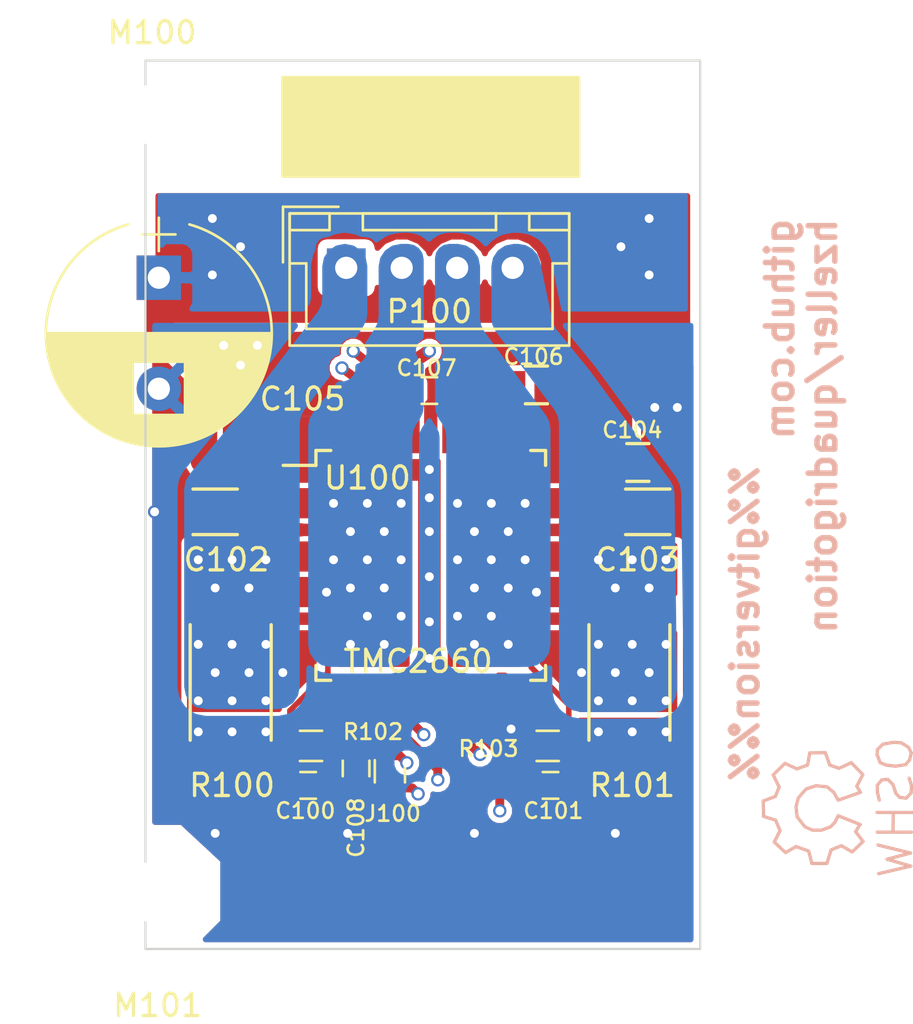
<source format=kicad_pcb>
(kicad_pcb (version 20170922) (host pcbnew "(2017-11-18 revision ff5ee05de)-master")

  (general
    (thickness 1.6)
    (drawings 7)
    (tracks 205)
    (zones 0)
    (modules 19)
    (nets 24)
  )

  (page A4)
  (layers
    (0 F.Cu signal)
    (1 In1.Cu signal)
    (2 In2.Cu signal)
    (31 B.Cu signal)
    (32 B.Adhes user)
    (33 F.Adhes user)
    (34 B.Paste user)
    (35 F.Paste user)
    (36 B.SilkS user)
    (37 F.SilkS user)
    (38 B.Mask user)
    (39 F.Mask user)
    (40 Dwgs.User user)
    (41 Cmts.User user hide)
    (42 Eco1.User user)
    (43 Eco2.User user)
    (44 Edge.Cuts user)
    (45 Margin user)
    (46 B.CrtYd user)
    (47 F.CrtYd user)
    (48 B.Fab user)
    (49 F.Fab user)
  )

  (setup
    (last_trace_width 0.25)
    (user_trace_width 0.4)
    (user_trace_width 0.6)
    (user_trace_width 0.8)
    (user_trace_width 1)
    (user_trace_width 1.2)
    (trace_clearance 0.127)
    (zone_clearance 0.4)
    (zone_45_only no)
    (trace_min 0.2)
    (segment_width 0.2)
    (edge_width 0.1)
    (via_size 0.6)
    (via_drill 0.4)
    (via_min_size 0.4)
    (via_min_drill 0.3)
    (uvia_size 0.3)
    (uvia_drill 0.1)
    (uvias_allowed no)
    (uvia_min_size 0)
    (uvia_min_drill 0)
    (pcb_text_width 0.3)
    (pcb_text_size 1.5 1.5)
    (mod_edge_width 0.15)
    (mod_text_size 1 1)
    (mod_text_width 0.15)
    (pad_size 2.7 2.7)
    (pad_drill 2.7)
    (pad_to_mask_clearance 0)
    (aux_axis_origin 0 0)
    (visible_elements FFFFEFFF)
    (pcbplotparams
      (layerselection 0x00030_80000001)
      (usegerberextensions false)
      (usegerberattributes true)
      (usegerberadvancedattributes true)
      (creategerberjobfile true)
      (excludeedgelayer true)
      (linewidth 0.100000)
      (plotframeref false)
      (viasonmask false)
      (mode 1)
      (useauxorigin false)
      (hpglpennumber 1)
      (hpglpenspeed 20)
      (hpglpendiameter 15)
      (psnegative false)
      (psa4output false)
      (plotreference true)
      (plotvalue true)
      (plotinvisibletext false)
      (padsonsilk false)
      (subtractmaskfromsilk false)
      (outputformat 1)
      (mirror false)
      (drillshape 1)
      (scaleselection 1)
      (outputdirectory ""))
  )

  (net 0 "")
  (net 1 GND)
  (net 2 VMot)
  (net 3 VCC)
  (net 4 /TMC2660-Block/BRA)
  (net 5 /TMC2660-Block/BRB)
  (net 6 /TMC2660-Block/GLOBAL_MISO)
  (net 7 /TMC2660-Block/MISO)
  (net 8 /TMC2660-Block/MOSI)
  (net 9 /TMC2660-Block/SCLK)
  (net 10 /TMC2660-Block/CS)
  (net 11 /TMC2660-Block/~EN)
  (net 12 /TMC2660-Block/DIR)
  (net 13 /TMC2660-Block/STEP)
  (net 14 /TMC2660-Block/A1)
  (net 15 /TMC2660-Block/A2)
  (net 16 /TMC2660-Block/B2)
  (net 17 /TMC2660-Block/B1)
  (net 18 "Net-(R102-Pad1)")
  (net 19 "Net-(R103-Pad2)")
  (net 20 "Net-(C106-Pad2)")
  (net 21 "Net-(C108-Pad1)")
  (net 22 "Net-(U100-Pad38)")
  (net 23 "Net-(U100-Pad43)")

  (net_class Default "This is the default net class."
    (clearance 0.127)
    (trace_width 0.25)
    (via_dia 0.6)
    (via_drill 0.4)
    (uvia_dia 0.3)
    (uvia_drill 0.1)
    (add_net /TMC2660-Block/A1)
    (add_net /TMC2660-Block/A2)
    (add_net /TMC2660-Block/B1)
    (add_net /TMC2660-Block/B2)
    (add_net /TMC2660-Block/BRA)
    (add_net /TMC2660-Block/BRB)
    (add_net /TMC2660-Block/CS)
    (add_net /TMC2660-Block/DIR)
    (add_net /TMC2660-Block/GLOBAL_MISO)
    (add_net /TMC2660-Block/MISO)
    (add_net /TMC2660-Block/MOSI)
    (add_net /TMC2660-Block/SCLK)
    (add_net /TMC2660-Block/STEP)
    (add_net /TMC2660-Block/~EN)
    (add_net GND)
    (add_net "Net-(C106-Pad2)")
    (add_net "Net-(C108-Pad1)")
    (add_net "Net-(R102-Pad1)")
    (add_net "Net-(R103-Pad2)")
    (add_net "Net-(U100-Pad38)")
    (add_net "Net-(U100-Pad43)")
    (add_net VCC)
  )

  (net_class MotPower ""
    (clearance 0.127)
    (trace_width 0.4)
    (via_dia 0.6)
    (via_drill 0.4)
    (uvia_dia 0.3)
    (uvia_drill 0.1)
    (add_net VMot)
  )

  (module Mounting_Holes:MountingHole_2.7mm_M2.5 locked (layer F.Cu) (tedit 5A0FB89D) (tstamp 5A0A83D7)
    (at 117.3 34.062)
    (descr "Mounting Hole 2.7mm, no annular, M2.5")
    (tags "mounting hole 2.7mm no annular m2.5")
    (path /5A0C6878/5A0FBC47)
    (attr virtual)
    (fp_text reference M100 (at 0 -3.7) (layer F.SilkS)
      (effects (font (size 1 1) (thickness 0.15)))
    )
    (fp_text value Mount (at 4.064 -4.318) (layer F.Fab)
      (effects (font (size 1 1) (thickness 0.15)))
    )
    (fp_circle (center 0 0) (end 2.95 0) (layer F.CrtYd) (width 0.05))
    (fp_circle (center 0 0) (end 2.7 0) (layer Cmts.User) (width 0.15))
    (fp_text user %R (at 0.3 0) (layer F.Fab)
      (effects (font (size 1 1) (thickness 0.15)))
    )
    (pad "" np_thru_hole circle (at 0 0) (size 2.7 2.7) (drill 2.7) (layers *.Cu *.Mask)
      (clearance 0.7))
  )

  (module Mounting_Holes:MountingHole_2.7mm_M2.5 locked (layer F.Cu) (tedit 5A0FB94B) (tstamp 5A0A82CA)
    (at 117.3 69.062)
    (descr "Mounting Hole 2.7mm, no annular, M2.5")
    (tags "mounting hole 2.7mm no annular m2.5")
    (path /5A0C6878/5A0FBD0F)
    (attr virtual)
    (fp_text reference M101 (at 0.254 5.106) (layer F.SilkS)
      (effects (font (size 1 1) (thickness 0.15)))
    )
    (fp_text value Mount (at 0 3.7) (layer F.Fab)
      (effects (font (size 1 1) (thickness 0.15)))
    )
    (fp_circle (center 0 0) (end 2.95 0) (layer F.CrtYd) (width 0.05))
    (fp_circle (center 0 0) (end 2.7 0) (layer Cmts.User) (width 0.15))
    (fp_text user %R (at 0.3 0) (layer F.Fab)
      (effects (font (size 1 1) (thickness 0.15)))
    )
    (pad "" np_thru_hole circle (at 0 0) (size 2.7 2.7) (drill 2.7) (layers *.Cu *.Mask)
      (clearance 0.5))
  )

  (module Resistors_SMD:R_0603 (layer F.Cu) (tedit 5A0CF7A4) (tstamp 5A135173)
    (at 128.016 63.627 90)
    (descr "Resistor SMD 0603, reflow soldering, Vishay (see dcrcw.pdf)")
    (tags "resistor 0603")
    (path /5A0C6878/5A0CA6C8)
    (attr smd)
    (fp_text reference J100 (at -1.905 0.127) (layer F.SilkS)
      (effects (font (size 0.7 0.7) (thickness 0.12)))
    )
    (fp_text value 0R (at 0 1.5 90) (layer F.Fab)
      (effects (font (size 1 1) (thickness 0.15)))
    )
    (fp_text user %R (at -2.159 0.127 180) (layer F.Fab)
      (effects (font (size 0.7 0.7) (thickness 0.1)))
    )
    (fp_line (start -0.8 0.4) (end -0.8 -0.4) (layer F.Fab) (width 0.1))
    (fp_line (start 0.8 0.4) (end -0.8 0.4) (layer F.Fab) (width 0.1))
    (fp_line (start 0.8 -0.4) (end 0.8 0.4) (layer F.Fab) (width 0.1))
    (fp_line (start -0.8 -0.4) (end 0.8 -0.4) (layer F.Fab) (width 0.1))
    (fp_line (start 0.5 0.68) (end -0.5 0.68) (layer F.SilkS) (width 0.12))
    (fp_line (start -0.5 -0.68) (end 0.5 -0.68) (layer F.SilkS) (width 0.12))
    (fp_line (start -1.25 -0.7) (end 1.25 -0.7) (layer F.CrtYd) (width 0.05))
    (fp_line (start -1.25 -0.7) (end -1.25 0.7) (layer F.CrtYd) (width 0.05))
    (fp_line (start 1.25 0.7) (end 1.25 -0.7) (layer F.CrtYd) (width 0.05))
    (fp_line (start 1.25 0.7) (end -1.25 0.7) (layer F.CrtYd) (width 0.05))
    (pad 1 smd rect (at -0.75 0 90) (size 0.5 0.9) (layers F.Cu F.Paste F.Mask)
      (net 6 /TMC2660-Block/GLOBAL_MISO))
    (pad 2 smd rect (at 0.75 0 90) (size 0.5 0.9) (layers F.Cu F.Paste F.Mask)
      (net 7 /TMC2660-Block/MISO))
    (model ${KISYS3DMOD}/Resistors_SMD.3dshapes/R_0603.wrl
      (at (xyz 0 0 0))
      (scale (xyz 1 1 1))
      (rotate (xyz 0 0 0))
    )
  )

  (module Connectors_JST:JST_XH_B04B-XH-A_04x2.50mm_Straight (layer F.Cu) (tedit 58EAE7F0) (tstamp 5A09104F)
    (at 126.0475 40.9575)
    (descr "JST XH series connector, B04B-XH-A, top entry type, through hole")
    (tags "connector jst xh tht top vertical 2.50mm")
    (path /5A0C6878/5A0CA611)
    (fp_text reference P100 (at 3.7465 1.9685) (layer F.SilkS)
      (effects (font (size 1 1) (thickness 0.15)))
    )
    (fp_text value Motor (at 0.1905 2.2225) (layer F.Fab)
      (effects (font (size 1 1) (thickness 0.15)))
    )
    (fp_line (start -2.45 -2.35) (end -2.45 3.4) (layer F.Fab) (width 0.1))
    (fp_line (start -2.45 3.4) (end 9.95 3.4) (layer F.Fab) (width 0.1))
    (fp_line (start 9.95 3.4) (end 9.95 -2.35) (layer F.Fab) (width 0.1))
    (fp_line (start 9.95 -2.35) (end -2.45 -2.35) (layer F.Fab) (width 0.1))
    (fp_line (start -2.95 -2.85) (end -2.95 3.9) (layer F.CrtYd) (width 0.05))
    (fp_line (start -2.95 3.9) (end 10.45 3.9) (layer F.CrtYd) (width 0.05))
    (fp_line (start 10.45 3.9) (end 10.45 -2.85) (layer F.CrtYd) (width 0.05))
    (fp_line (start 10.45 -2.85) (end -2.95 -2.85) (layer F.CrtYd) (width 0.05))
    (fp_line (start -2.55 -2.45) (end -2.55 3.5) (layer F.SilkS) (width 0.12))
    (fp_line (start -2.55 3.5) (end 10.05 3.5) (layer F.SilkS) (width 0.12))
    (fp_line (start 10.05 3.5) (end 10.05 -2.45) (layer F.SilkS) (width 0.12))
    (fp_line (start 10.05 -2.45) (end -2.55 -2.45) (layer F.SilkS) (width 0.12))
    (fp_line (start 0.75 -2.45) (end 0.75 -1.7) (layer F.SilkS) (width 0.12))
    (fp_line (start 0.75 -1.7) (end 6.75 -1.7) (layer F.SilkS) (width 0.12))
    (fp_line (start 6.75 -1.7) (end 6.75 -2.45) (layer F.SilkS) (width 0.12))
    (fp_line (start 6.75 -2.45) (end 0.75 -2.45) (layer F.SilkS) (width 0.12))
    (fp_line (start -2.55 -2.45) (end -2.55 -1.7) (layer F.SilkS) (width 0.12))
    (fp_line (start -2.55 -1.7) (end -0.75 -1.7) (layer F.SilkS) (width 0.12))
    (fp_line (start -0.75 -1.7) (end -0.75 -2.45) (layer F.SilkS) (width 0.12))
    (fp_line (start -0.75 -2.45) (end -2.55 -2.45) (layer F.SilkS) (width 0.12))
    (fp_line (start 8.25 -2.45) (end 8.25 -1.7) (layer F.SilkS) (width 0.12))
    (fp_line (start 8.25 -1.7) (end 10.05 -1.7) (layer F.SilkS) (width 0.12))
    (fp_line (start 10.05 -1.7) (end 10.05 -2.45) (layer F.SilkS) (width 0.12))
    (fp_line (start 10.05 -2.45) (end 8.25 -2.45) (layer F.SilkS) (width 0.12))
    (fp_line (start -2.55 -0.2) (end -1.8 -0.2) (layer F.SilkS) (width 0.12))
    (fp_line (start -1.8 -0.2) (end -1.8 2.75) (layer F.SilkS) (width 0.12))
    (fp_line (start -1.8 2.75) (end 3.75 2.75) (layer F.SilkS) (width 0.12))
    (fp_line (start 10.05 -0.2) (end 9.3 -0.2) (layer F.SilkS) (width 0.12))
    (fp_line (start 9.3 -0.2) (end 9.3 2.75) (layer F.SilkS) (width 0.12))
    (fp_line (start 9.3 2.75) (end 3.75 2.75) (layer F.SilkS) (width 0.12))
    (fp_line (start -0.35 -2.75) (end -2.85 -2.75) (layer F.SilkS) (width 0.12))
    (fp_line (start -2.85 -2.75) (end -2.85 -0.25) (layer F.SilkS) (width 0.12))
    (fp_line (start -0.35 -2.75) (end -2.85 -2.75) (layer F.Fab) (width 0.1))
    (fp_line (start -2.85 -2.75) (end -2.85 -0.25) (layer F.Fab) (width 0.1))
    (fp_text user %R (at 3.75 2.5) (layer F.Fab)
      (effects (font (size 1 1) (thickness 0.15)))
    )
    (pad 1 thru_hole rect (at 0 0) (size 1.75 1.75) (drill 1) (layers *.Cu *.Mask)
      (net 15 /TMC2660-Block/A2))
    (pad 2 thru_hole circle (at 2.5 0) (size 1.75 1.75) (drill 1) (layers *.Cu *.Mask)
      (net 14 /TMC2660-Block/A1))
    (pad 3 thru_hole circle (at 5 0) (size 1.75 1.75) (drill 1) (layers *.Cu *.Mask)
      (net 17 /TMC2660-Block/B1))
    (pad 4 thru_hole circle (at 7.5 0) (size 1.75 1.75) (drill 1) (layers *.Cu *.Mask)
      (net 16 /TMC2660-Block/B2))
    (model Connectors_JST.3dshapes/JST_XH_B04B-XH-A_04x2.50mm_Straight.wrl
      (at (xyz 0 0 0))
      (scale (xyz 1 1 1))
      (rotate (xyz 0 0 0))
    )
  )

  (module Capacitors_THT:CP_Radial_D10.0mm_P5.00mm (layer F.Cu) (tedit 597BC7C2) (tstamp 5A14EA16)
    (at 117.602 41.402 270)
    (descr "CP, Radial series, Radial, pin pitch=5.00mm, , diameter=10mm, Electrolytic Capacitor")
    (tags "CP Radial series Radial pin pitch 5.00mm  diameter 10mm Electrolytic Capacitor")
    (path /5A0C6878/5A0CA6BD)
    (fp_text reference C105 (at 5.461 -6.477) (layer F.SilkS)
      (effects (font (size 1 1) (thickness 0.15)))
    )
    (fp_text value 100u (at 2.5 6.31 270) (layer F.Fab)
      (effects (font (size 1 1) (thickness 0.15)))
    )
    (fp_arc (start 2.5 0) (end -2.399357 -1.38) (angle 148.5) (layer F.SilkS) (width 0.12))
    (fp_arc (start 2.5 0) (end -2.399357 1.38) (angle -148.5) (layer F.SilkS) (width 0.12))
    (fp_arc (start 2.5 0) (end 7.399357 -1.38) (angle 31.5) (layer F.SilkS) (width 0.12))
    (fp_circle (center 2.5 0) (end 7.5 0) (layer F.Fab) (width 0.1))
    (fp_line (start -2.7 0) (end -1.2 0) (layer F.Fab) (width 0.1))
    (fp_line (start -1.95 -0.75) (end -1.95 0.75) (layer F.Fab) (width 0.1))
    (fp_line (start 2.5 -5.05) (end 2.5 5.05) (layer F.SilkS) (width 0.12))
    (fp_line (start 2.54 -5.05) (end 2.54 5.05) (layer F.SilkS) (width 0.12))
    (fp_line (start 2.58 -5.05) (end 2.58 5.05) (layer F.SilkS) (width 0.12))
    (fp_line (start 2.62 -5.049) (end 2.62 5.049) (layer F.SilkS) (width 0.12))
    (fp_line (start 2.66 -5.048) (end 2.66 5.048) (layer F.SilkS) (width 0.12))
    (fp_line (start 2.7 -5.047) (end 2.7 5.047) (layer F.SilkS) (width 0.12))
    (fp_line (start 2.74 -5.045) (end 2.74 5.045) (layer F.SilkS) (width 0.12))
    (fp_line (start 2.78 -5.043) (end 2.78 5.043) (layer F.SilkS) (width 0.12))
    (fp_line (start 2.82 -5.04) (end 2.82 5.04) (layer F.SilkS) (width 0.12))
    (fp_line (start 2.86 -5.038) (end 2.86 5.038) (layer F.SilkS) (width 0.12))
    (fp_line (start 2.9 -5.035) (end 2.9 5.035) (layer F.SilkS) (width 0.12))
    (fp_line (start 2.94 -5.031) (end 2.94 5.031) (layer F.SilkS) (width 0.12))
    (fp_line (start 2.98 -5.028) (end 2.98 5.028) (layer F.SilkS) (width 0.12))
    (fp_line (start 3.02 -5.024) (end 3.02 5.024) (layer F.SilkS) (width 0.12))
    (fp_line (start 3.06 -5.02) (end 3.06 5.02) (layer F.SilkS) (width 0.12))
    (fp_line (start 3.1 -5.015) (end 3.1 5.015) (layer F.SilkS) (width 0.12))
    (fp_line (start 3.14 -5.01) (end 3.14 5.01) (layer F.SilkS) (width 0.12))
    (fp_line (start 3.18 -5.005) (end 3.18 5.005) (layer F.SilkS) (width 0.12))
    (fp_line (start 3.221 -4.999) (end 3.221 4.999) (layer F.SilkS) (width 0.12))
    (fp_line (start 3.261 -4.993) (end 3.261 4.993) (layer F.SilkS) (width 0.12))
    (fp_line (start 3.301 -4.987) (end 3.301 4.987) (layer F.SilkS) (width 0.12))
    (fp_line (start 3.341 -4.981) (end 3.341 4.981) (layer F.SilkS) (width 0.12))
    (fp_line (start 3.381 -4.974) (end 3.381 4.974) (layer F.SilkS) (width 0.12))
    (fp_line (start 3.421 -4.967) (end 3.421 4.967) (layer F.SilkS) (width 0.12))
    (fp_line (start 3.461 -4.959) (end 3.461 4.959) (layer F.SilkS) (width 0.12))
    (fp_line (start 3.501 -4.951) (end 3.501 4.951) (layer F.SilkS) (width 0.12))
    (fp_line (start 3.541 -4.943) (end 3.541 4.943) (layer F.SilkS) (width 0.12))
    (fp_line (start 3.581 -4.935) (end 3.581 4.935) (layer F.SilkS) (width 0.12))
    (fp_line (start 3.621 -4.926) (end 3.621 4.926) (layer F.SilkS) (width 0.12))
    (fp_line (start 3.661 -4.917) (end 3.661 4.917) (layer F.SilkS) (width 0.12))
    (fp_line (start 3.701 -4.907) (end 3.701 4.907) (layer F.SilkS) (width 0.12))
    (fp_line (start 3.741 -4.897) (end 3.741 4.897) (layer F.SilkS) (width 0.12))
    (fp_line (start 3.781 -4.887) (end 3.781 4.887) (layer F.SilkS) (width 0.12))
    (fp_line (start 3.821 -4.876) (end 3.821 -1.181) (layer F.SilkS) (width 0.12))
    (fp_line (start 3.821 1.181) (end 3.821 4.876) (layer F.SilkS) (width 0.12))
    (fp_line (start 3.861 -4.865) (end 3.861 -1.181) (layer F.SilkS) (width 0.12))
    (fp_line (start 3.861 1.181) (end 3.861 4.865) (layer F.SilkS) (width 0.12))
    (fp_line (start 3.901 -4.854) (end 3.901 -1.181) (layer F.SilkS) (width 0.12))
    (fp_line (start 3.901 1.181) (end 3.901 4.854) (layer F.SilkS) (width 0.12))
    (fp_line (start 3.941 -4.843) (end 3.941 -1.181) (layer F.SilkS) (width 0.12))
    (fp_line (start 3.941 1.181) (end 3.941 4.843) (layer F.SilkS) (width 0.12))
    (fp_line (start 3.981 -4.831) (end 3.981 -1.181) (layer F.SilkS) (width 0.12))
    (fp_line (start 3.981 1.181) (end 3.981 4.831) (layer F.SilkS) (width 0.12))
    (fp_line (start 4.021 -4.818) (end 4.021 -1.181) (layer F.SilkS) (width 0.12))
    (fp_line (start 4.021 1.181) (end 4.021 4.818) (layer F.SilkS) (width 0.12))
    (fp_line (start 4.061 -4.806) (end 4.061 -1.181) (layer F.SilkS) (width 0.12))
    (fp_line (start 4.061 1.181) (end 4.061 4.806) (layer F.SilkS) (width 0.12))
    (fp_line (start 4.101 -4.792) (end 4.101 -1.181) (layer F.SilkS) (width 0.12))
    (fp_line (start 4.101 1.181) (end 4.101 4.792) (layer F.SilkS) (width 0.12))
    (fp_line (start 4.141 -4.779) (end 4.141 -1.181) (layer F.SilkS) (width 0.12))
    (fp_line (start 4.141 1.181) (end 4.141 4.779) (layer F.SilkS) (width 0.12))
    (fp_line (start 4.181 -4.765) (end 4.181 -1.181) (layer F.SilkS) (width 0.12))
    (fp_line (start 4.181 1.181) (end 4.181 4.765) (layer F.SilkS) (width 0.12))
    (fp_line (start 4.221 -4.751) (end 4.221 -1.181) (layer F.SilkS) (width 0.12))
    (fp_line (start 4.221 1.181) (end 4.221 4.751) (layer F.SilkS) (width 0.12))
    (fp_line (start 4.261 -4.737) (end 4.261 -1.181) (layer F.SilkS) (width 0.12))
    (fp_line (start 4.261 1.181) (end 4.261 4.737) (layer F.SilkS) (width 0.12))
    (fp_line (start 4.301 -4.722) (end 4.301 -1.181) (layer F.SilkS) (width 0.12))
    (fp_line (start 4.301 1.181) (end 4.301 4.722) (layer F.SilkS) (width 0.12))
    (fp_line (start 4.341 -4.706) (end 4.341 -1.181) (layer F.SilkS) (width 0.12))
    (fp_line (start 4.341 1.181) (end 4.341 4.706) (layer F.SilkS) (width 0.12))
    (fp_line (start 4.381 -4.691) (end 4.381 -1.181) (layer F.SilkS) (width 0.12))
    (fp_line (start 4.381 1.181) (end 4.381 4.691) (layer F.SilkS) (width 0.12))
    (fp_line (start 4.421 -4.674) (end 4.421 -1.181) (layer F.SilkS) (width 0.12))
    (fp_line (start 4.421 1.181) (end 4.421 4.674) (layer F.SilkS) (width 0.12))
    (fp_line (start 4.461 -4.658) (end 4.461 -1.181) (layer F.SilkS) (width 0.12))
    (fp_line (start 4.461 1.181) (end 4.461 4.658) (layer F.SilkS) (width 0.12))
    (fp_line (start 4.501 -4.641) (end 4.501 -1.181) (layer F.SilkS) (width 0.12))
    (fp_line (start 4.501 1.181) (end 4.501 4.641) (layer F.SilkS) (width 0.12))
    (fp_line (start 4.541 -4.624) (end 4.541 -1.181) (layer F.SilkS) (width 0.12))
    (fp_line (start 4.541 1.181) (end 4.541 4.624) (layer F.SilkS) (width 0.12))
    (fp_line (start 4.581 -4.606) (end 4.581 -1.181) (layer F.SilkS) (width 0.12))
    (fp_line (start 4.581 1.181) (end 4.581 4.606) (layer F.SilkS) (width 0.12))
    (fp_line (start 4.621 -4.588) (end 4.621 -1.181) (layer F.SilkS) (width 0.12))
    (fp_line (start 4.621 1.181) (end 4.621 4.588) (layer F.SilkS) (width 0.12))
    (fp_line (start 4.661 -4.569) (end 4.661 -1.181) (layer F.SilkS) (width 0.12))
    (fp_line (start 4.661 1.181) (end 4.661 4.569) (layer F.SilkS) (width 0.12))
    (fp_line (start 4.701 -4.55) (end 4.701 -1.181) (layer F.SilkS) (width 0.12))
    (fp_line (start 4.701 1.181) (end 4.701 4.55) (layer F.SilkS) (width 0.12))
    (fp_line (start 4.741 -4.531) (end 4.741 -1.181) (layer F.SilkS) (width 0.12))
    (fp_line (start 4.741 1.181) (end 4.741 4.531) (layer F.SilkS) (width 0.12))
    (fp_line (start 4.781 -4.511) (end 4.781 -1.181) (layer F.SilkS) (width 0.12))
    (fp_line (start 4.781 1.181) (end 4.781 4.511) (layer F.SilkS) (width 0.12))
    (fp_line (start 4.821 -4.491) (end 4.821 -1.181) (layer F.SilkS) (width 0.12))
    (fp_line (start 4.821 1.181) (end 4.821 4.491) (layer F.SilkS) (width 0.12))
    (fp_line (start 4.861 -4.47) (end 4.861 -1.181) (layer F.SilkS) (width 0.12))
    (fp_line (start 4.861 1.181) (end 4.861 4.47) (layer F.SilkS) (width 0.12))
    (fp_line (start 4.901 -4.449) (end 4.901 -1.181) (layer F.SilkS) (width 0.12))
    (fp_line (start 4.901 1.181) (end 4.901 4.449) (layer F.SilkS) (width 0.12))
    (fp_line (start 4.941 -4.428) (end 4.941 -1.181) (layer F.SilkS) (width 0.12))
    (fp_line (start 4.941 1.181) (end 4.941 4.428) (layer F.SilkS) (width 0.12))
    (fp_line (start 4.981 -4.405) (end 4.981 -1.181) (layer F.SilkS) (width 0.12))
    (fp_line (start 4.981 1.181) (end 4.981 4.405) (layer F.SilkS) (width 0.12))
    (fp_line (start 5.021 -4.383) (end 5.021 -1.181) (layer F.SilkS) (width 0.12))
    (fp_line (start 5.021 1.181) (end 5.021 4.383) (layer F.SilkS) (width 0.12))
    (fp_line (start 5.061 -4.36) (end 5.061 -1.181) (layer F.SilkS) (width 0.12))
    (fp_line (start 5.061 1.181) (end 5.061 4.36) (layer F.SilkS) (width 0.12))
    (fp_line (start 5.101 -4.336) (end 5.101 -1.181) (layer F.SilkS) (width 0.12))
    (fp_line (start 5.101 1.181) (end 5.101 4.336) (layer F.SilkS) (width 0.12))
    (fp_line (start 5.141 -4.312) (end 5.141 -1.181) (layer F.SilkS) (width 0.12))
    (fp_line (start 5.141 1.181) (end 5.141 4.312) (layer F.SilkS) (width 0.12))
    (fp_line (start 5.181 -4.288) (end 5.181 -1.181) (layer F.SilkS) (width 0.12))
    (fp_line (start 5.181 1.181) (end 5.181 4.288) (layer F.SilkS) (width 0.12))
    (fp_line (start 5.221 -4.263) (end 5.221 -1.181) (layer F.SilkS) (width 0.12))
    (fp_line (start 5.221 1.181) (end 5.221 4.263) (layer F.SilkS) (width 0.12))
    (fp_line (start 5.261 -4.237) (end 5.261 -1.181) (layer F.SilkS) (width 0.12))
    (fp_line (start 5.261 1.181) (end 5.261 4.237) (layer F.SilkS) (width 0.12))
    (fp_line (start 5.301 -4.211) (end 5.301 -1.181) (layer F.SilkS) (width 0.12))
    (fp_line (start 5.301 1.181) (end 5.301 4.211) (layer F.SilkS) (width 0.12))
    (fp_line (start 5.341 -4.185) (end 5.341 -1.181) (layer F.SilkS) (width 0.12))
    (fp_line (start 5.341 1.181) (end 5.341 4.185) (layer F.SilkS) (width 0.12))
    (fp_line (start 5.381 -4.157) (end 5.381 -1.181) (layer F.SilkS) (width 0.12))
    (fp_line (start 5.381 1.181) (end 5.381 4.157) (layer F.SilkS) (width 0.12))
    (fp_line (start 5.421 -4.13) (end 5.421 -1.181) (layer F.SilkS) (width 0.12))
    (fp_line (start 5.421 1.181) (end 5.421 4.13) (layer F.SilkS) (width 0.12))
    (fp_line (start 5.461 -4.101) (end 5.461 -1.181) (layer F.SilkS) (width 0.12))
    (fp_line (start 5.461 1.181) (end 5.461 4.101) (layer F.SilkS) (width 0.12))
    (fp_line (start 5.501 -4.072) (end 5.501 -1.181) (layer F.SilkS) (width 0.12))
    (fp_line (start 5.501 1.181) (end 5.501 4.072) (layer F.SilkS) (width 0.12))
    (fp_line (start 5.541 -4.043) (end 5.541 -1.181) (layer F.SilkS) (width 0.12))
    (fp_line (start 5.541 1.181) (end 5.541 4.043) (layer F.SilkS) (width 0.12))
    (fp_line (start 5.581 -4.013) (end 5.581 -1.181) (layer F.SilkS) (width 0.12))
    (fp_line (start 5.581 1.181) (end 5.581 4.013) (layer F.SilkS) (width 0.12))
    (fp_line (start 5.621 -3.982) (end 5.621 -1.181) (layer F.SilkS) (width 0.12))
    (fp_line (start 5.621 1.181) (end 5.621 3.982) (layer F.SilkS) (width 0.12))
    (fp_line (start 5.661 -3.951) (end 5.661 -1.181) (layer F.SilkS) (width 0.12))
    (fp_line (start 5.661 1.181) (end 5.661 3.951) (layer F.SilkS) (width 0.12))
    (fp_line (start 5.701 -3.919) (end 5.701 -1.181) (layer F.SilkS) (width 0.12))
    (fp_line (start 5.701 1.181) (end 5.701 3.919) (layer F.SilkS) (width 0.12))
    (fp_line (start 5.741 -3.886) (end 5.741 -1.181) (layer F.SilkS) (width 0.12))
    (fp_line (start 5.741 1.181) (end 5.741 3.886) (layer F.SilkS) (width 0.12))
    (fp_line (start 5.781 -3.853) (end 5.781 -1.181) (layer F.SilkS) (width 0.12))
    (fp_line (start 5.781 1.181) (end 5.781 3.853) (layer F.SilkS) (width 0.12))
    (fp_line (start 5.821 -3.819) (end 5.821 -1.181) (layer F.SilkS) (width 0.12))
    (fp_line (start 5.821 1.181) (end 5.821 3.819) (layer F.SilkS) (width 0.12))
    (fp_line (start 5.861 -3.784) (end 5.861 -1.181) (layer F.SilkS) (width 0.12))
    (fp_line (start 5.861 1.181) (end 5.861 3.784) (layer F.SilkS) (width 0.12))
    (fp_line (start 5.901 -3.748) (end 5.901 -1.181) (layer F.SilkS) (width 0.12))
    (fp_line (start 5.901 1.181) (end 5.901 3.748) (layer F.SilkS) (width 0.12))
    (fp_line (start 5.941 -3.712) (end 5.941 -1.181) (layer F.SilkS) (width 0.12))
    (fp_line (start 5.941 1.181) (end 5.941 3.712) (layer F.SilkS) (width 0.12))
    (fp_line (start 5.981 -3.675) (end 5.981 -1.181) (layer F.SilkS) (width 0.12))
    (fp_line (start 5.981 1.181) (end 5.981 3.675) (layer F.SilkS) (width 0.12))
    (fp_line (start 6.021 -3.637) (end 6.021 -1.181) (layer F.SilkS) (width 0.12))
    (fp_line (start 6.021 1.181) (end 6.021 3.637) (layer F.SilkS) (width 0.12))
    (fp_line (start 6.061 -3.598) (end 6.061 -1.181) (layer F.SilkS) (width 0.12))
    (fp_line (start 6.061 1.181) (end 6.061 3.598) (layer F.SilkS) (width 0.12))
    (fp_line (start 6.101 -3.559) (end 6.101 -1.181) (layer F.SilkS) (width 0.12))
    (fp_line (start 6.101 1.181) (end 6.101 3.559) (layer F.SilkS) (width 0.12))
    (fp_line (start 6.141 -3.518) (end 6.141 -1.181) (layer F.SilkS) (width 0.12))
    (fp_line (start 6.141 1.181) (end 6.141 3.518) (layer F.SilkS) (width 0.12))
    (fp_line (start 6.181 -3.477) (end 6.181 3.477) (layer F.SilkS) (width 0.12))
    (fp_line (start 6.221 -3.435) (end 6.221 3.435) (layer F.SilkS) (width 0.12))
    (fp_line (start 6.261 -3.391) (end 6.261 3.391) (layer F.SilkS) (width 0.12))
    (fp_line (start 6.301 -3.347) (end 6.301 3.347) (layer F.SilkS) (width 0.12))
    (fp_line (start 6.341 -3.302) (end 6.341 3.302) (layer F.SilkS) (width 0.12))
    (fp_line (start 6.381 -3.255) (end 6.381 3.255) (layer F.SilkS) (width 0.12))
    (fp_line (start 6.421 -3.207) (end 6.421 3.207) (layer F.SilkS) (width 0.12))
    (fp_line (start 6.461 -3.158) (end 6.461 3.158) (layer F.SilkS) (width 0.12))
    (fp_line (start 6.501 -3.108) (end 6.501 3.108) (layer F.SilkS) (width 0.12))
    (fp_line (start 6.541 -3.057) (end 6.541 3.057) (layer F.SilkS) (width 0.12))
    (fp_line (start 6.581 -3.004) (end 6.581 3.004) (layer F.SilkS) (width 0.12))
    (fp_line (start 6.621 -2.949) (end 6.621 2.949) (layer F.SilkS) (width 0.12))
    (fp_line (start 6.661 -2.894) (end 6.661 2.894) (layer F.SilkS) (width 0.12))
    (fp_line (start 6.701 -2.836) (end 6.701 2.836) (layer F.SilkS) (width 0.12))
    (fp_line (start 6.741 -2.777) (end 6.741 2.777) (layer F.SilkS) (width 0.12))
    (fp_line (start 6.781 -2.715) (end 6.781 2.715) (layer F.SilkS) (width 0.12))
    (fp_line (start 6.821 -2.652) (end 6.821 2.652) (layer F.SilkS) (width 0.12))
    (fp_line (start 6.861 -2.587) (end 6.861 2.587) (layer F.SilkS) (width 0.12))
    (fp_line (start 6.901 -2.519) (end 6.901 2.519) (layer F.SilkS) (width 0.12))
    (fp_line (start 6.941 -2.449) (end 6.941 2.449) (layer F.SilkS) (width 0.12))
    (fp_line (start 6.981 -2.377) (end 6.981 2.377) (layer F.SilkS) (width 0.12))
    (fp_line (start 7.021 -2.301) (end 7.021 2.301) (layer F.SilkS) (width 0.12))
    (fp_line (start 7.061 -2.222) (end 7.061 2.222) (layer F.SilkS) (width 0.12))
    (fp_line (start 7.101 -2.14) (end 7.101 2.14) (layer F.SilkS) (width 0.12))
    (fp_line (start 7.141 -2.053) (end 7.141 2.053) (layer F.SilkS) (width 0.12))
    (fp_line (start 7.181 -1.962) (end 7.181 1.962) (layer F.SilkS) (width 0.12))
    (fp_line (start 7.221 -1.866) (end 7.221 1.866) (layer F.SilkS) (width 0.12))
    (fp_line (start 7.261 -1.763) (end 7.261 1.763) (layer F.SilkS) (width 0.12))
    (fp_line (start 7.301 -1.654) (end 7.301 1.654) (layer F.SilkS) (width 0.12))
    (fp_line (start 7.341 -1.536) (end 7.341 1.536) (layer F.SilkS) (width 0.12))
    (fp_line (start 7.381 -1.407) (end 7.381 1.407) (layer F.SilkS) (width 0.12))
    (fp_line (start 7.421 -1.265) (end 7.421 1.265) (layer F.SilkS) (width 0.12))
    (fp_line (start 7.461 -1.104) (end 7.461 1.104) (layer F.SilkS) (width 0.12))
    (fp_line (start 7.501 -0.913) (end 7.501 0.913) (layer F.SilkS) (width 0.12))
    (fp_line (start 7.541 -0.672) (end 7.541 0.672) (layer F.SilkS) (width 0.12))
    (fp_line (start 7.581 -0.279) (end 7.581 0.279) (layer F.SilkS) (width 0.12))
    (fp_line (start -2.7 0) (end -1.2 0) (layer F.SilkS) (width 0.12))
    (fp_line (start -1.95 -0.75) (end -1.95 0.75) (layer F.SilkS) (width 0.12))
    (fp_line (start -2.85 -5.35) (end -2.85 5.35) (layer F.CrtYd) (width 0.05))
    (fp_line (start -2.85 5.35) (end 7.85 5.35) (layer F.CrtYd) (width 0.05))
    (fp_line (start 7.85 5.35) (end 7.85 -5.35) (layer F.CrtYd) (width 0.05))
    (fp_line (start 7.85 -5.35) (end -2.85 -5.35) (layer F.CrtYd) (width 0.05))
    (fp_text user %R (at 2.5 0 270) (layer F.Fab)
      (effects (font (size 1 1) (thickness 0.15)))
    )
    (pad 1 thru_hole rect (at 0 0 270) (size 2 2) (drill 1) (layers *.Cu *.Mask)
      (net 2 VMot))
    (pad 2 thru_hole circle (at 5 0 270) (size 2 2) (drill 1) (layers *.Cu *.Mask)
      (net 1 GND))
    (model ${KISYS3DMOD}/Capacitors_THT.3dshapes/CP_Radial_D10.0mm_P5.00mm.wrl
      (at (xyz 0 0 0))
      (scale (xyz 1 1 1))
      (rotate (xyz 0 0 0))
    )
  )

  (module Capacitors_SMD:C_0603 (layer F.Cu) (tedit 5A0CF79D) (tstamp 5A146299)
    (at 135.255 64.262 180)
    (descr "Capacitor SMD 0603, reflow soldering, AVX (see smccp.pdf)")
    (tags "capacitor 0603")
    (path /5A0C6878/5A0CA683)
    (attr smd)
    (fp_text reference C101 (at -0.127 -1.143) (layer F.SilkS)
      (effects (font (size 0.7 0.7) (thickness 0.12)))
    )
    (fp_text value 10n (at 0 1.5 180) (layer F.Fab)
      (effects (font (size 1 1) (thickness 0.15)))
    )
    (fp_text user %R (at 0 0 180) (layer F.Fab)
      (effects (font (size 0.3 0.3) (thickness 0.075)))
    )
    (fp_line (start -0.8 0.4) (end -0.8 -0.4) (layer F.Fab) (width 0.1))
    (fp_line (start 0.8 0.4) (end -0.8 0.4) (layer F.Fab) (width 0.1))
    (fp_line (start 0.8 -0.4) (end 0.8 0.4) (layer F.Fab) (width 0.1))
    (fp_line (start -0.8 -0.4) (end 0.8 -0.4) (layer F.Fab) (width 0.1))
    (fp_line (start -0.35 -0.6) (end 0.35 -0.6) (layer F.SilkS) (width 0.12))
    (fp_line (start 0.35 0.6) (end -0.35 0.6) (layer F.SilkS) (width 0.12))
    (fp_line (start -1.4 -0.65) (end 1.4 -0.65) (layer F.CrtYd) (width 0.05))
    (fp_line (start -1.4 -0.65) (end -1.4 0.65) (layer F.CrtYd) (width 0.05))
    (fp_line (start 1.4 0.65) (end 1.4 -0.65) (layer F.CrtYd) (width 0.05))
    (fp_line (start 1.4 0.65) (end -1.4 0.65) (layer F.CrtYd) (width 0.05))
    (pad 1 smd rect (at -0.75 0 180) (size 0.8 0.75) (layers F.Cu F.Paste F.Mask)
      (net 5 /TMC2660-Block/BRB))
    (pad 2 smd rect (at 0.75 0 180) (size 0.8 0.75) (layers F.Cu F.Paste F.Mask)
      (net 1 GND))
    (model Capacitors_SMD.3dshapes/C_0603.wrl
      (at (xyz 0 0 0))
      (scale (xyz 1 1 1))
      (rotate (xyz 0 0 0))
    )
  )

  (module Capacitors_SMD:C_0603 (layer F.Cu) (tedit 5A0CF7AE) (tstamp 5A146289)
    (at 124.333 64.262 180)
    (descr "Capacitor SMD 0603, reflow soldering, AVX (see smccp.pdf)")
    (tags "capacitor 0603")
    (path /5A0C6878/5A0CA67B)
    (attr smd)
    (fp_text reference C100 (at 0.127 -1.143) (layer F.SilkS)
      (effects (font (size 0.7 0.7) (thickness 0.12)))
    )
    (fp_text value 10n (at 3.048 -0.381 180) (layer F.Fab)
      (effects (font (size 1 1) (thickness 0.15)))
    )
    (fp_line (start 1.4 0.65) (end -1.4 0.65) (layer F.CrtYd) (width 0.05))
    (fp_line (start 1.4 0.65) (end 1.4 -0.65) (layer F.CrtYd) (width 0.05))
    (fp_line (start -1.4 -0.65) (end -1.4 0.65) (layer F.CrtYd) (width 0.05))
    (fp_line (start -1.4 -0.65) (end 1.4 -0.65) (layer F.CrtYd) (width 0.05))
    (fp_line (start 0.35 0.6) (end -0.35 0.6) (layer F.SilkS) (width 0.12))
    (fp_line (start -0.35 -0.6) (end 0.35 -0.6) (layer F.SilkS) (width 0.12))
    (fp_line (start -0.8 -0.4) (end 0.8 -0.4) (layer F.Fab) (width 0.1))
    (fp_line (start 0.8 -0.4) (end 0.8 0.4) (layer F.Fab) (width 0.1))
    (fp_line (start 0.8 0.4) (end -0.8 0.4) (layer F.Fab) (width 0.1))
    (fp_line (start -0.8 0.4) (end -0.8 -0.4) (layer F.Fab) (width 0.1))
    (fp_text user %R (at 0 0 180) (layer F.Fab)
      (effects (font (size 0.3 0.3) (thickness 0.075)))
    )
    (pad 2 smd rect (at 0.75 0 180) (size 0.8 0.75) (layers F.Cu F.Paste F.Mask)
      (net 4 /TMC2660-Block/BRA))
    (pad 1 smd rect (at -0.75 0 180) (size 0.8 0.75) (layers F.Cu F.Paste F.Mask)
      (net 1 GND))
    (model Capacitors_SMD.3dshapes/C_0603.wrl
      (at (xyz 0 0 0))
      (scale (xyz 1 1 1))
      (rotate (xyz 0 0 0))
    )
  )

  (module Capacitors_SMD:C_0603 (layer F.Cu) (tedit 5A0CF80B) (tstamp 5A146279)
    (at 129.794 46.482)
    (descr "Capacitor SMD 0603, reflow soldering, AVX (see smccp.pdf)")
    (tags "capacitor 0603")
    (path /5A0C6878/5A0CA648)
    (attr smd)
    (fp_text reference C107 (at -0.127 -1.016) (layer F.SilkS)
      (effects (font (size 0.7 0.7) (thickness 0.12)))
    )
    (fp_text value 100n (at 0 1.5) (layer F.Fab)
      (effects (font (size 1 1) (thickness 0.15)))
    )
    (fp_text user %R (at 0 0) (layer F.Fab)
      (effects (font (size 0.3 0.3) (thickness 0.075)))
    )
    (fp_line (start -0.8 0.4) (end -0.8 -0.4) (layer F.Fab) (width 0.1))
    (fp_line (start 0.8 0.4) (end -0.8 0.4) (layer F.Fab) (width 0.1))
    (fp_line (start 0.8 -0.4) (end 0.8 0.4) (layer F.Fab) (width 0.1))
    (fp_line (start -0.8 -0.4) (end 0.8 -0.4) (layer F.Fab) (width 0.1))
    (fp_line (start -0.35 -0.6) (end 0.35 -0.6) (layer F.SilkS) (width 0.12))
    (fp_line (start 0.35 0.6) (end -0.35 0.6) (layer F.SilkS) (width 0.12))
    (fp_line (start -1.4 -0.65) (end 1.4 -0.65) (layer F.CrtYd) (width 0.05))
    (fp_line (start -1.4 -0.65) (end -1.4 0.65) (layer F.CrtYd) (width 0.05))
    (fp_line (start 1.4 0.65) (end 1.4 -0.65) (layer F.CrtYd) (width 0.05))
    (fp_line (start 1.4 0.65) (end -1.4 0.65) (layer F.CrtYd) (width 0.05))
    (pad 1 smd rect (at -0.75 0) (size 0.8 0.75) (layers F.Cu F.Paste F.Mask)
      (net 3 VCC))
    (pad 2 smd rect (at 0.75 0) (size 0.8 0.75) (layers F.Cu F.Paste F.Mask)
      (net 1 GND))
    (model Capacitors_SMD.3dshapes/C_0603.wrl
      (at (xyz 0 0 0))
      (scale (xyz 1 1 1))
      (rotate (xyz 0 0 0))
    )
  )

  (module Capacitors_SMD:C_0603 (layer F.Cu) (tedit 5A0CF7A8) (tstamp 5A146269)
    (at 126.492 63.5 270)
    (descr "Capacitor SMD 0603, reflow soldering, AVX (see smccp.pdf)")
    (tags "capacitor 0603")
    (path /5A0C6878/5A0CA61C)
    (attr smd)
    (fp_text reference C108 (at 2.667 0 90) (layer F.SilkS)
      (effects (font (size 0.7 0.7) (thickness 0.12)))
    )
    (fp_text value 470n (at 0 1.5 270) (layer F.Fab)
      (effects (font (size 1 1) (thickness 0.15)))
    )
    (fp_line (start 1.4 0.65) (end -1.4 0.65) (layer F.CrtYd) (width 0.05))
    (fp_line (start 1.4 0.65) (end 1.4 -0.65) (layer F.CrtYd) (width 0.05))
    (fp_line (start -1.4 -0.65) (end -1.4 0.65) (layer F.CrtYd) (width 0.05))
    (fp_line (start -1.4 -0.65) (end 1.4 -0.65) (layer F.CrtYd) (width 0.05))
    (fp_line (start 0.35 0.6) (end -0.35 0.6) (layer F.SilkS) (width 0.12))
    (fp_line (start -0.35 -0.6) (end 0.35 -0.6) (layer F.SilkS) (width 0.12))
    (fp_line (start -0.8 -0.4) (end 0.8 -0.4) (layer F.Fab) (width 0.1))
    (fp_line (start 0.8 -0.4) (end 0.8 0.4) (layer F.Fab) (width 0.1))
    (fp_line (start 0.8 0.4) (end -0.8 0.4) (layer F.Fab) (width 0.1))
    (fp_line (start -0.8 0.4) (end -0.8 -0.4) (layer F.Fab) (width 0.1))
    (fp_text user %R (at 0 0 270) (layer F.Fab)
      (effects (font (size 0.3 0.3) (thickness 0.075)))
    )
    (pad 2 smd rect (at 0.75 0 270) (size 0.8 0.75) (layers F.Cu F.Paste F.Mask)
      (net 1 GND))
    (pad 1 smd rect (at -0.75 0 270) (size 0.8 0.75) (layers F.Cu F.Paste F.Mask)
      (net 21 "Net-(C108-Pad1)"))
    (model Capacitors_SMD.3dshapes/C_0603.wrl
      (at (xyz 0 0 0))
      (scale (xyz 1 1 1))
      (rotate (xyz 0 0 0))
    )
  )

  (module Resistors_SMD:R_0603 (layer F.Cu) (tedit 5A0CF795) (tstamp 5A146149)
    (at 135.128 62.484 180)
    (descr "Resistor SMD 0603, reflow soldering, Vishay (see dcrcw.pdf)")
    (tags "resistor 0603")
    (path /5A0C6878/5A0CA5FF)
    (attr smd)
    (fp_text reference R103 (at 2.667 -0.127) (layer F.SilkS)
      (effects (font (size 0.7 0.7) (thickness 0.12)))
    )
    (fp_text value 10R (at 0 1.5 180) (layer F.Fab)
      (effects (font (size 1 1) (thickness 0.15)))
    )
    (fp_line (start 1.25 0.7) (end -1.25 0.7) (layer F.CrtYd) (width 0.05))
    (fp_line (start 1.25 0.7) (end 1.25 -0.7) (layer F.CrtYd) (width 0.05))
    (fp_line (start -1.25 -0.7) (end -1.25 0.7) (layer F.CrtYd) (width 0.05))
    (fp_line (start -1.25 -0.7) (end 1.25 -0.7) (layer F.CrtYd) (width 0.05))
    (fp_line (start -0.5 -0.68) (end 0.5 -0.68) (layer F.SilkS) (width 0.12))
    (fp_line (start 0.5 0.68) (end -0.5 0.68) (layer F.SilkS) (width 0.12))
    (fp_line (start -0.8 -0.4) (end 0.8 -0.4) (layer F.Fab) (width 0.1))
    (fp_line (start 0.8 -0.4) (end 0.8 0.4) (layer F.Fab) (width 0.1))
    (fp_line (start 0.8 0.4) (end -0.8 0.4) (layer F.Fab) (width 0.1))
    (fp_line (start -0.8 0.4) (end -0.8 -0.4) (layer F.Fab) (width 0.1))
    (fp_text user %R (at 0 0 180) (layer F.Fab)
      (effects (font (size 0.4 0.4) (thickness 0.075)))
    )
    (pad 2 smd rect (at 0.75 0 180) (size 0.5 0.9) (layers F.Cu F.Paste F.Mask)
      (net 19 "Net-(R103-Pad2)"))
    (pad 1 smd rect (at -0.75 0 180) (size 0.5 0.9) (layers F.Cu F.Paste F.Mask)
      (net 5 /TMC2660-Block/BRB))
    (model ${KISYS3DMOD}/Resistors_SMD.3dshapes/R_0603.wrl
      (at (xyz 0 0 0))
      (scale (xyz 1 1 1))
      (rotate (xyz 0 0 0))
    )
  )

  (module Resistors_SMD:R_0603 (layer F.Cu) (tedit 5A0CF787) (tstamp 5A146139)
    (at 124.46 62.484 180)
    (descr "Resistor SMD 0603, reflow soldering, Vishay (see dcrcw.pdf)")
    (tags "resistor 0603")
    (path /5A0C6878/5A0CA5F8)
    (attr smd)
    (fp_text reference R102 (at -2.794 0.635) (layer F.SilkS)
      (effects (font (size 0.7 0.7) (thickness 0.12)))
    )
    (fp_text value 10R (at 0.127 2.54 180) (layer F.Fab)
      (effects (font (size 1 1) (thickness 0.15)))
    )
    (fp_text user %R (at 0 0 180) (layer F.Fab)
      (effects (font (size 0.4 0.4) (thickness 0.075)))
    )
    (fp_line (start -0.8 0.4) (end -0.8 -0.4) (layer F.Fab) (width 0.1))
    (fp_line (start 0.8 0.4) (end -0.8 0.4) (layer F.Fab) (width 0.1))
    (fp_line (start 0.8 -0.4) (end 0.8 0.4) (layer F.Fab) (width 0.1))
    (fp_line (start -0.8 -0.4) (end 0.8 -0.4) (layer F.Fab) (width 0.1))
    (fp_line (start 0.5 0.68) (end -0.5 0.68) (layer F.SilkS) (width 0.12))
    (fp_line (start -0.5 -0.68) (end 0.5 -0.68) (layer F.SilkS) (width 0.12))
    (fp_line (start -1.25 -0.7) (end 1.25 -0.7) (layer F.CrtYd) (width 0.05))
    (fp_line (start -1.25 -0.7) (end -1.25 0.7) (layer F.CrtYd) (width 0.05))
    (fp_line (start 1.25 0.7) (end 1.25 -0.7) (layer F.CrtYd) (width 0.05))
    (fp_line (start 1.25 0.7) (end -1.25 0.7) (layer F.CrtYd) (width 0.05))
    (pad 1 smd rect (at -0.75 0 180) (size 0.5 0.9) (layers F.Cu F.Paste F.Mask)
      (net 18 "Net-(R102-Pad1)"))
    (pad 2 smd rect (at 0.75 0 180) (size 0.5 0.9) (layers F.Cu F.Paste F.Mask)
      (net 4 /TMC2660-Block/BRA))
    (model ${KISYS3DMOD}/Resistors_SMD.3dshapes/R_0603.wrl
      (at (xyz 0 0 0))
      (scale (xyz 1 1 1))
      (rotate (xyz 0 0 0))
    )
  )

  (module Housings_QFP:LQFP-44_10x10mm_Pitch0.8mm (layer F.Cu) (tedit 5673CAD8) (tstamp 5672E9FF)
    (at 129.8575 54.356)
    (descr "LQFP44 (see Appnote_PCB_Guidelines_TRINAMIC_packages.pdf)")
    (tags "QFP 0.8")
    (path /5A0C6878/5A0CA62A)
    (attr smd)
    (fp_text reference U100 (at -2.8575 -3.937) (layer F.SilkS)
      (effects (font (size 1 1) (thickness 0.15)))
    )
    (fp_text value TMC2660 (at -0.5715 4.318) (layer F.SilkS)
      (effects (font (size 1 1) (thickness 0.15)))
    )
    (fp_line (start -6.9 -6.9) (end -6.9 6.9) (layer F.CrtYd) (width 0.05))
    (fp_line (start 6.9 -6.9) (end 6.9 6.9) (layer F.CrtYd) (width 0.05))
    (fp_line (start -6.9 -6.9) (end 6.9 -6.9) (layer F.CrtYd) (width 0.05))
    (fp_line (start -6.9 6.9) (end 6.9 6.9) (layer F.CrtYd) (width 0.05))
    (fp_line (start -5.175 -5.175) (end -5.175 -4.505) (layer F.SilkS) (width 0.15))
    (fp_line (start 5.175 -5.175) (end 5.175 -4.505) (layer F.SilkS) (width 0.15))
    (fp_line (start 5.175 5.175) (end 5.175 4.505) (layer F.SilkS) (width 0.15))
    (fp_line (start -5.175 5.175) (end -5.175 4.505) (layer F.SilkS) (width 0.15))
    (fp_line (start -5.175 -5.175) (end -4.505 -5.175) (layer F.SilkS) (width 0.15))
    (fp_line (start -5.175 5.175) (end -4.505 5.175) (layer F.SilkS) (width 0.15))
    (fp_line (start 5.175 5.175) (end 4.505 5.175) (layer F.SilkS) (width 0.15))
    (fp_line (start 5.175 -5.175) (end 4.505 -5.175) (layer F.SilkS) (width 0.15))
    (fp_line (start -5.175 -4.505) (end -6.65 -4.505) (layer F.SilkS) (width 0.15))
    (pad 1 smd rect (at -5.85 -4) (size 1.6 0.56) (layers F.Cu F.Paste F.Mask)
      (net 1 GND))
    (pad 2 smd rect (at -5.85 -3.2) (size 1.6 0.56) (layers F.Cu F.Paste F.Mask)
      (net 14 /TMC2660-Block/A1))
    (pad 3 smd rect (at -5.85 -2.4) (size 1.6 0.56) (layers F.Cu F.Paste F.Mask)
      (net 14 /TMC2660-Block/A1))
    (pad 4 smd rect (at -5.85 -1.6) (size 1.6 0.56) (layers F.Cu F.Paste F.Mask)
      (net 2 VMot))
    (pad 5 smd rect (at -5.85 -0.8) (size 1.6 0.56) (layers F.Cu F.Paste F.Mask)
      (net 15 /TMC2660-Block/A2))
    (pad 6 smd rect (at -5.85 0) (size 1.6 0.56) (layers F.Cu F.Paste F.Mask)
      (net 15 /TMC2660-Block/A2))
    (pad 7 smd rect (at -5.85 0.8) (size 1.6 0.56) (layers F.Cu F.Paste F.Mask)
      (net 14 /TMC2660-Block/A1))
    (pad 8 smd rect (at -5.85 1.6) (size 1.6 0.56) (layers F.Cu F.Paste F.Mask)
      (net 14 /TMC2660-Block/A1))
    (pad 9 smd rect (at -5.85 2.4) (size 1.6 0.56) (layers F.Cu F.Paste F.Mask)
      (net 4 /TMC2660-Block/BRA))
    (pad 10 smd rect (at -5.85 3.2) (size 1.6 0.56) (layers F.Cu F.Paste F.Mask)
      (net 15 /TMC2660-Block/A2))
    (pad 11 smd rect (at -5.85 4) (size 1.6 0.56) (layers F.Cu F.Paste F.Mask)
      (net 15 /TMC2660-Block/A2))
    (pad 12 smd rect (at -4 5.85 90) (size 1.6 0.56) (layers F.Cu F.Paste F.Mask)
      (net 18 "Net-(R102-Pad1)"))
    (pad 13 smd rect (at -3.2 5.85 90) (size 1.6 0.56) (layers F.Cu F.Paste F.Mask)
      (net 21 "Net-(C108-Pad1)"))
    (pad 14 smd rect (at -2.4 5.85 90) (size 1.6 0.56) (layers F.Cu F.Paste F.Mask)
      (net 7 /TMC2660-Block/MISO))
    (pad 15 smd rect (at -1.6 5.85 90) (size 1.6 0.56) (layers F.Cu F.Paste F.Mask)
      (net 8 /TMC2660-Block/MOSI))
    (pad 16 smd rect (at -0.8 5.85 90) (size 1.6 0.56) (layers F.Cu F.Paste F.Mask)
      (net 9 /TMC2660-Block/SCLK))
    (pad 17 smd rect (at 0 5.85 90) (size 1.6 0.56) (layers F.Cu F.Paste F.Mask)
      (net 1 GND))
    (pad 18 smd rect (at 0.8 5.85 90) (size 1.6 0.56) (layers F.Cu F.Paste F.Mask)
      (net 10 /TMC2660-Block/CS))
    (pad 19 smd rect (at 1.6 5.85 90) (size 1.6 0.56) (layers F.Cu F.Paste F.Mask)
      (net 11 /TMC2660-Block/~EN))
    (pad 20 smd rect (at 2.4 5.85 90) (size 1.6 0.56) (layers F.Cu F.Paste F.Mask))
    (pad 21 smd rect (at 3.2 5.85 90) (size 1.6 0.56) (layers F.Cu F.Paste F.Mask)
      (net 1 GND))
    (pad 22 smd rect (at 4 5.85 90) (size 1.6 0.56) (layers F.Cu F.Paste F.Mask)
      (net 19 "Net-(R103-Pad2)"))
    (pad 23 smd rect (at 5.85 4) (size 1.6 0.56) (layers F.Cu F.Paste F.Mask)
      (net 16 /TMC2660-Block/B2))
    (pad 24 smd rect (at 5.85 3.2) (size 1.6 0.56) (layers F.Cu F.Paste F.Mask)
      (net 16 /TMC2660-Block/B2))
    (pad 25 smd rect (at 5.85 2.4) (size 1.6 0.56) (layers F.Cu F.Paste F.Mask)
      (net 5 /TMC2660-Block/BRB))
    (pad 26 smd rect (at 5.85 1.6) (size 1.6 0.56) (layers F.Cu F.Paste F.Mask)
      (net 17 /TMC2660-Block/B1))
    (pad 27 smd rect (at 5.85 0.8) (size 1.6 0.56) (layers F.Cu F.Paste F.Mask)
      (net 17 /TMC2660-Block/B1))
    (pad 28 smd rect (at 5.85 0) (size 1.6 0.56) (layers F.Cu F.Paste F.Mask)
      (net 16 /TMC2660-Block/B2))
    (pad 29 smd rect (at 5.85 -0.8) (size 1.6 0.56) (layers F.Cu F.Paste F.Mask)
      (net 16 /TMC2660-Block/B2))
    (pad 30 smd rect (at 5.85 -1.6) (size 1.6 0.56) (layers F.Cu F.Paste F.Mask)
      (net 2 VMot))
    (pad 31 smd rect (at 5.85 -2.4) (size 1.6 0.56) (layers F.Cu F.Paste F.Mask)
      (net 17 /TMC2660-Block/B1))
    (pad 32 smd rect (at 5.85 -3.2) (size 1.6 0.56) (layers F.Cu F.Paste F.Mask)
      (net 17 /TMC2660-Block/B1))
    (pad 33 smd rect (at 5.85 -4) (size 1.6 0.56) (layers F.Cu F.Paste F.Mask)
      (net 2 VMot))
    (pad 34 smd rect (at 4 -5.85 90) (size 1.6 0.56) (layers F.Cu F.Paste F.Mask))
    (pad 35 smd rect (at 3.2 -5.85 90) (size 1.6 0.56) (layers F.Cu F.Paste F.Mask)
      (net 20 "Net-(C106-Pad2)"))
    (pad 36 smd rect (at 2.4 -5.85 90) (size 1.6 0.56) (layers F.Cu F.Paste F.Mask)
      (net 2 VMot))
    (pad 37 smd rect (at 1.6 -5.85 90) (size 1.6 0.56) (layers F.Cu F.Paste F.Mask))
    (pad 38 smd rect (at 0.8 -5.85 90) (size 1.6 0.56) (layers F.Cu F.Paste F.Mask)
      (net 22 "Net-(U100-Pad38)"))
    (pad 39 smd rect (at 0 -5.85 90) (size 1.6 0.56) (layers F.Cu F.Paste F.Mask)
      (net 1 GND))
    (pad 40 smd rect (at -0.8 -5.85 90) (size 1.6 0.56) (layers F.Cu F.Paste F.Mask)
      (net 3 VCC))
    (pad 41 smd rect (at -1.6 -5.85 90) (size 1.6 0.56) (layers F.Cu F.Paste F.Mask)
      (net 12 /TMC2660-Block/DIR))
    (pad 42 smd rect (at -2.4 -5.85 90) (size 1.6 0.56) (layers F.Cu F.Paste F.Mask)
      (net 13 /TMC2660-Block/STEP))
    (pad 43 smd rect (at -3.2 -5.85 90) (size 1.6 0.56) (layers F.Cu F.Paste F.Mask)
      (net 23 "Net-(U100-Pad43)"))
    (pad 44 smd rect (at -4 -5.85 90) (size 1.6 0.56) (layers F.Cu F.Paste F.Mask)
      (net 1 GND))
    (model Housings_QFP.3dshapes/LQFP-44_10x10mm_Pitch0.8mm.wrl
      (at (xyz 0 0 0))
      (scale (xyz 1 1 1))
      (rotate (xyz 0 0 0))
    )
  )

  (module Capacitors_SMD:C_0805 (layer F.Cu) (tedit 5A0CF813) (tstamp 5576CB03)
    (at 134.62 46.228 180)
    (descr "Capacitor SMD 0805, reflow soldering, AVX (see smccp.pdf)")
    (tags "capacitor 0805")
    (path /5A0C6878/5A0CA5D3)
    (attr smd)
    (fp_text reference C106 (at 0.127 1.27) (layer F.SilkS)
      (effects (font (size 0.7 0.7) (thickness 0.12)))
    )
    (fp_text value 100n (at -0.127 -1.778 180) (layer F.Fab)
      (effects (font (size 1 1) (thickness 0.15)))
    )
    (fp_line (start -1.8 -1) (end 1.8 -1) (layer F.CrtYd) (width 0.05))
    (fp_line (start -1.8 1) (end 1.8 1) (layer F.CrtYd) (width 0.05))
    (fp_line (start -1.8 -1) (end -1.8 1) (layer F.CrtYd) (width 0.05))
    (fp_line (start 1.8 -1) (end 1.8 1) (layer F.CrtYd) (width 0.05))
    (fp_line (start 0.5 -0.85) (end -0.5 -0.85) (layer F.SilkS) (width 0.15))
    (fp_line (start -0.5 0.85) (end 0.5 0.85) (layer F.SilkS) (width 0.15))
    (pad 1 smd rect (at -1 0 180) (size 1 1.25) (layers F.Cu F.Paste F.Mask)
      (net 2 VMot))
    (pad 2 smd rect (at 1 0 180) (size 1 1.25) (layers F.Cu F.Paste F.Mask)
      (net 20 "Net-(C106-Pad2)"))
    (model Capacitors_SMD.3dshapes/C_0805.wrl
      (at (xyz 0 0 0))
      (scale (xyz 1 1 1))
      (rotate (xyz 0 0 0))
    )
  )

  (module Capacitors_SMD:C_0805 (layer F.Cu) (tedit 5A0CF81C) (tstamp 5576CB09)
    (at 139.192 49.7205)
    (descr "Capacitor SMD 0805, reflow soldering, AVX (see smccp.pdf)")
    (tags "capacitor 0805")
    (path /5A0C6878/5A0CA5DE)
    (attr smd)
    (fp_text reference C104 (at -0.254 -1.4605) (layer F.SilkS)
      (effects (font (size 0.7 0.7) (thickness 0.12)))
    )
    (fp_text value 100n (at 2.794 -0.4445 90) (layer F.Fab)
      (effects (font (size 1 1) (thickness 0.15)))
    )
    (fp_line (start -1.8 -1) (end 1.8 -1) (layer F.CrtYd) (width 0.05))
    (fp_line (start -1.8 1) (end 1.8 1) (layer F.CrtYd) (width 0.05))
    (fp_line (start -1.8 -1) (end -1.8 1) (layer F.CrtYd) (width 0.05))
    (fp_line (start 1.8 -1) (end 1.8 1) (layer F.CrtYd) (width 0.05))
    (fp_line (start 0.5 -0.85) (end -0.5 -0.85) (layer F.SilkS) (width 0.15))
    (fp_line (start -0.5 0.85) (end 0.5 0.85) (layer F.SilkS) (width 0.15))
    (pad 1 smd rect (at -1 0) (size 1 1.25) (layers F.Cu F.Paste F.Mask)
      (net 2 VMot))
    (pad 2 smd rect (at 1 0) (size 1 1.25) (layers F.Cu F.Paste F.Mask)
      (net 1 GND))
    (model Capacitors_SMD.3dshapes/C_0805.wrl
      (at (xyz 0 0 0))
      (scale (xyz 1 1 1))
      (rotate (xyz 0 0 0))
    )
  )

  (module Capacitors_SMD:C_1206 (layer F.Cu) (tedit 5415D7BD) (tstamp 5A0CF6A1)
    (at 139.6365 51.943)
    (descr "Capacitor SMD 1206, reflow soldering, AVX (see smccp.pdf)")
    (tags "capacitor 1206")
    (path /5A0C6878/5A0CA5C0)
    (attr smd)
    (fp_text reference C103 (at -0.4445 2.159) (layer F.SilkS)
      (effects (font (size 1 1) (thickness 0.15)))
    )
    (fp_text value 10u (at 0.0635 0.127) (layer F.Fab)
      (effects (font (size 1 1) (thickness 0.15)))
    )
    (fp_line (start -2.3 -1.15) (end 2.3 -1.15) (layer F.CrtYd) (width 0.05))
    (fp_line (start -2.3 1.15) (end 2.3 1.15) (layer F.CrtYd) (width 0.05))
    (fp_line (start -2.3 -1.15) (end -2.3 1.15) (layer F.CrtYd) (width 0.05))
    (fp_line (start 2.3 -1.15) (end 2.3 1.15) (layer F.CrtYd) (width 0.05))
    (fp_line (start 1 -1.025) (end -1 -1.025) (layer F.SilkS) (width 0.15))
    (fp_line (start -1 1.025) (end 1 1.025) (layer F.SilkS) (width 0.15))
    (pad 1 smd rect (at -1.5 0) (size 1 1.6) (layers F.Cu F.Paste F.Mask)
      (net 2 VMot))
    (pad 2 smd rect (at 1.5 0) (size 1 1.6) (layers F.Cu F.Paste F.Mask)
      (net 1 GND))
    (model Capacitors_SMD.3dshapes/C_1206.wrl
      (at (xyz 0 0 0))
      (scale (xyz 1 1 1))
      (rotate (xyz 0 0 0))
    )
  )

  (module Capacitors_SMD:C_1206 (layer F.Cu) (tedit 568D657A) (tstamp 5576CB15)
    (at 120.142 51.943 180)
    (descr "Capacitor SMD 1206, reflow soldering, AVX (see smccp.pdf)")
    (tags "capacitor 1206")
    (path /5A0C6878/5A0CA5B9)
    (attr smd)
    (fp_text reference C102 (at -0.508 -2.159) (layer F.SilkS)
      (effects (font (size 1 1) (thickness 0.15)))
    )
    (fp_text value 10u (at -2.032 2.54 270) (layer F.Fab)
      (effects (font (size 1 1) (thickness 0.15)))
    )
    (fp_line (start -2.3 -1.15) (end 2.3 -1.15) (layer F.CrtYd) (width 0.05))
    (fp_line (start -2.3 1.15) (end 2.3 1.15) (layer F.CrtYd) (width 0.05))
    (fp_line (start -2.3 -1.15) (end -2.3 1.15) (layer F.CrtYd) (width 0.05))
    (fp_line (start 2.3 -1.15) (end 2.3 1.15) (layer F.CrtYd) (width 0.05))
    (fp_line (start 1 -1.025) (end -1 -1.025) (layer F.SilkS) (width 0.15))
    (fp_line (start -1 1.025) (end 1 1.025) (layer F.SilkS) (width 0.15))
    (pad 1 smd rect (at -1.5 0 180) (size 1 1.6) (layers F.Cu F.Paste F.Mask)
      (net 2 VMot))
    (pad 2 smd rect (at 1.5 0 180) (size 1 1.6) (layers F.Cu F.Paste F.Mask)
      (net 1 GND))
    (model Capacitors_SMD.3dshapes/C_1206.wrl
      (at (xyz 0 0 0))
      (scale (xyz 1 1 1))
      (rotate (xyz 0 0 0))
    )
  )

  (module Symbols:Symbol_OSHW-Logo_SilkScreen locked (layer B.Cu) (tedit 5675B719) (tstamp 5673DD62)
    (at 147.32 65.278 270)
    (descr "Symbol, OSHW-Logo, Silk Screen,")
    (tags "Symbol, OSHW-Logo, Silk Screen,")
    (fp_text reference REF** (at 0.09906 4.38912 270) (layer B.SilkS) hide
      (effects (font (size 1 1) (thickness 0.15)) (justify mirror))
    )
    (fp_text value OSHW (at 4.445 -1.778 180) (layer B.Fab) hide
      (effects (font (size 1 1) (thickness 0.15)) (justify mirror))
    )
    (fp_line (start 1.66878 -2.68986) (end 2.02946 -4.16052) (layer B.SilkS) (width 0.15))
    (fp_line (start 2.02946 -4.16052) (end 2.30886 -3.0988) (layer B.SilkS) (width 0.15))
    (fp_line (start 2.30886 -3.0988) (end 2.61874 -4.17068) (layer B.SilkS) (width 0.15))
    (fp_line (start 2.61874 -4.17068) (end 2.9591 -2.72034) (layer B.SilkS) (width 0.15))
    (fp_line (start 0.24892 -3.38074) (end 1.03886 -3.37058) (layer B.SilkS) (width 0.15))
    (fp_line (start 1.03886 -3.37058) (end 1.04902 -3.38074) (layer B.SilkS) (width 0.15))
    (fp_line (start 1.04902 -3.38074) (end 1.04902 -3.37058) (layer B.SilkS) (width 0.15))
    (fp_line (start 1.08966 -2.65938) (end 1.08966 -4.20116) (layer B.SilkS) (width 0.15))
    (fp_line (start 0.20066 -2.64922) (end 0.20066 -4.21894) (layer B.SilkS) (width 0.15))
    (fp_line (start 0.20066 -4.21894) (end 0.21082 -4.20878) (layer B.SilkS) (width 0.15))
    (fp_line (start -0.35052 -2.75082) (end -0.70104 -2.66954) (layer B.SilkS) (width 0.15))
    (fp_line (start -0.70104 -2.66954) (end -1.02108 -2.65938) (layer B.SilkS) (width 0.15))
    (fp_line (start -1.02108 -2.65938) (end -1.25984 -2.86004) (layer B.SilkS) (width 0.15))
    (fp_line (start -1.25984 -2.86004) (end -1.29032 -3.12928) (layer B.SilkS) (width 0.15))
    (fp_line (start -1.29032 -3.12928) (end -1.04902 -3.37058) (layer B.SilkS) (width 0.15))
    (fp_line (start -1.04902 -3.37058) (end -0.6604 -3.50012) (layer B.SilkS) (width 0.15))
    (fp_line (start -0.6604 -3.50012) (end -0.48006 -3.66014) (layer B.SilkS) (width 0.15))
    (fp_line (start -0.48006 -3.66014) (end -0.43942 -3.95986) (layer B.SilkS) (width 0.15))
    (fp_line (start -0.43942 -3.95986) (end -0.67056 -4.18084) (layer B.SilkS) (width 0.15))
    (fp_line (start -0.67056 -4.18084) (end -0.9906 -4.20878) (layer B.SilkS) (width 0.15))
    (fp_line (start -0.9906 -4.20878) (end -1.34112 -4.09956) (layer B.SilkS) (width 0.15))
    (fp_line (start -2.37998 -2.64922) (end -2.6289 -2.66954) (layer B.SilkS) (width 0.15))
    (fp_line (start -2.6289 -2.66954) (end -2.8702 -2.91084) (layer B.SilkS) (width 0.15))
    (fp_line (start -2.8702 -2.91084) (end -2.9591 -3.40106) (layer B.SilkS) (width 0.15))
    (fp_line (start -2.9591 -3.40106) (end -2.93116 -3.74904) (layer B.SilkS) (width 0.15))
    (fp_line (start -2.93116 -3.74904) (end -2.7305 -4.06908) (layer B.SilkS) (width 0.15))
    (fp_line (start -2.7305 -4.06908) (end -2.47904 -4.191) (layer B.SilkS) (width 0.15))
    (fp_line (start -2.47904 -4.191) (end -2.16916 -4.11988) (layer B.SilkS) (width 0.15))
    (fp_line (start -2.16916 -4.11988) (end -1.95072 -3.93954) (layer B.SilkS) (width 0.15))
    (fp_line (start -1.95072 -3.93954) (end -1.8796 -3.4798) (layer B.SilkS) (width 0.15))
    (fp_line (start -1.8796 -3.4798) (end -1.9304 -3.07086) (layer B.SilkS) (width 0.15))
    (fp_line (start -1.9304 -3.07086) (end -2.03962 -2.78892) (layer B.SilkS) (width 0.15))
    (fp_line (start -2.03962 -2.78892) (end -2.4003 -2.65938) (layer B.SilkS) (width 0.15))
    (fp_line (start -1.78054 -0.92964) (end -2.03962 -1.49098) (layer B.SilkS) (width 0.15))
    (fp_line (start -2.03962 -1.49098) (end -1.50114 -2.00914) (layer B.SilkS) (width 0.15))
    (fp_line (start -1.50114 -2.00914) (end -0.98044 -1.7399) (layer B.SilkS) (width 0.15))
    (fp_line (start -0.98044 -1.7399) (end -0.70104 -1.89992) (layer B.SilkS) (width 0.15))
    (fp_line (start 0.73914 -1.8796) (end 1.06934 -1.6891) (layer B.SilkS) (width 0.15))
    (fp_line (start 1.06934 -1.6891) (end 1.50876 -2.0193) (layer B.SilkS) (width 0.15))
    (fp_line (start 1.50876 -2.0193) (end 1.9812 -1.52908) (layer B.SilkS) (width 0.15))
    (fp_line (start 1.9812 -1.52908) (end 1.69926 -1.04902) (layer B.SilkS) (width 0.15))
    (fp_line (start 1.69926 -1.04902) (end 1.88976 -0.57912) (layer B.SilkS) (width 0.15))
    (fp_line (start 1.88976 -0.57912) (end 2.49936 -0.39116) (layer B.SilkS) (width 0.15))
    (fp_line (start 2.49936 -0.39116) (end 2.49936 0.28956) (layer B.SilkS) (width 0.15))
    (fp_line (start 2.49936 0.28956) (end 1.94056 0.42926) (layer B.SilkS) (width 0.15))
    (fp_line (start 1.94056 0.42926) (end 1.7399 1.00076) (layer B.SilkS) (width 0.15))
    (fp_line (start 1.7399 1.00076) (end 2.00914 1.47066) (layer B.SilkS) (width 0.15))
    (fp_line (start 2.00914 1.47066) (end 1.53924 1.9812) (layer B.SilkS) (width 0.15))
    (fp_line (start 1.53924 1.9812) (end 1.02108 1.71958) (layer B.SilkS) (width 0.15))
    (fp_line (start 1.02108 1.71958) (end 0.55118 1.92024) (layer B.SilkS) (width 0.15))
    (fp_line (start 0.55118 1.92024) (end 0.381 2.46126) (layer B.SilkS) (width 0.15))
    (fp_line (start 0.381 2.46126) (end -0.30988 2.47904) (layer B.SilkS) (width 0.15))
    (fp_line (start -0.30988 2.47904) (end -0.5207 1.9304) (layer B.SilkS) (width 0.15))
    (fp_line (start -0.5207 1.9304) (end -0.9398 1.76022) (layer B.SilkS) (width 0.15))
    (fp_line (start -0.9398 1.76022) (end -1.49098 2.02946) (layer B.SilkS) (width 0.15))
    (fp_line (start -1.49098 2.02946) (end -2.00914 1.50114) (layer B.SilkS) (width 0.15))
    (fp_line (start -2.00914 1.50114) (end -1.76022 0.96012) (layer B.SilkS) (width 0.15))
    (fp_line (start -1.76022 0.96012) (end -1.9304 0.48006) (layer B.SilkS) (width 0.15))
    (fp_line (start -1.9304 0.48006) (end -2.47904 0.381) (layer B.SilkS) (width 0.15))
    (fp_line (start -2.47904 0.381) (end -2.4892 -0.32004) (layer B.SilkS) (width 0.15))
    (fp_line (start -2.4892 -0.32004) (end -1.9304 -0.5207) (layer B.SilkS) (width 0.15))
    (fp_line (start -1.9304 -0.5207) (end -1.7907 -0.91948) (layer B.SilkS) (width 0.15))
    (fp_line (start 0.35052 -0.89916) (end 0.65024 -0.7493) (layer B.SilkS) (width 0.15))
    (fp_line (start 0.65024 -0.7493) (end 0.8509 -0.55118) (layer B.SilkS) (width 0.15))
    (fp_line (start 0.8509 -0.55118) (end 1.00076 -0.14986) (layer B.SilkS) (width 0.15))
    (fp_line (start 1.00076 -0.14986) (end 1.00076 0.24892) (layer B.SilkS) (width 0.15))
    (fp_line (start 1.00076 0.24892) (end 0.8509 0.59944) (layer B.SilkS) (width 0.15))
    (fp_line (start 0.8509 0.59944) (end 0.39878 0.94996) (layer B.SilkS) (width 0.15))
    (fp_line (start 0.39878 0.94996) (end -0.0508 1.00076) (layer B.SilkS) (width 0.15))
    (fp_line (start -0.0508 1.00076) (end -0.44958 0.89916) (layer B.SilkS) (width 0.15))
    (fp_line (start -0.44958 0.89916) (end -0.8509 0.55118) (layer B.SilkS) (width 0.15))
    (fp_line (start -0.8509 0.55118) (end -1.00076 0.09906) (layer B.SilkS) (width 0.15))
    (fp_line (start -1.00076 0.09906) (end -0.94996 -0.39878) (layer B.SilkS) (width 0.15))
    (fp_line (start -0.94996 -0.39878) (end -0.70104 -0.70104) (layer B.SilkS) (width 0.15))
    (fp_line (start -0.70104 -0.70104) (end -0.35052 -0.89916) (layer B.SilkS) (width 0.15))
    (fp_line (start -0.35052 -0.89916) (end -0.70104 -1.89992) (layer B.SilkS) (width 0.15))
    (fp_line (start 0.35052 -0.89916) (end 0.7493 -1.89992) (layer B.SilkS) (width 0.15))
  )

  (module Resistors_SMD:R_2512 (layer F.Cu) (tedit 5415D3E2) (tstamp 568D6BD1)
    (at 120.8405 59.6265 270)
    (descr "Resistor SMD 2512, reflow soldering, Vishay (see dcrcw.pdf)")
    (tags "resistor 2512")
    (path /5A0C6878/5A0CA673)
    (attr smd)
    (fp_text reference R100 (at 4.6355 -0.0635) (layer F.SilkS)
      (effects (font (size 1 1) (thickness 0.15)))
    )
    (fp_text value 0.075 (at -1.7145 5.3975 270) (layer F.Fab)
      (effects (font (size 1 1) (thickness 0.15)))
    )
    (fp_line (start -3.9 -1.95) (end 3.9 -1.95) (layer F.CrtYd) (width 0.05))
    (fp_line (start -3.9 1.95) (end 3.9 1.95) (layer F.CrtYd) (width 0.05))
    (fp_line (start -3.9 -1.95) (end -3.9 1.95) (layer F.CrtYd) (width 0.05))
    (fp_line (start 3.9 -1.95) (end 3.9 1.95) (layer F.CrtYd) (width 0.05))
    (fp_line (start 2.6 1.825) (end -2.6 1.825) (layer F.SilkS) (width 0.15))
    (fp_line (start -2.6 -1.825) (end 2.6 -1.825) (layer F.SilkS) (width 0.15))
    (pad 1 smd rect (at -3.1 0 270) (size 1 3.2) (layers F.Cu F.Paste F.Mask)
      (net 4 /TMC2660-Block/BRA))
    (pad 2 smd rect (at 3.1 0 270) (size 1 3.2) (layers F.Cu F.Paste F.Mask)
      (net 1 GND))
    (model Resistors_SMD.3dshapes/R_2512.wrl
      (at (xyz 0 0 0))
      (scale (xyz 1 1 1))
      (rotate (xyz 0 0 0))
    )
  )

  (module Resistors_SMD:R_2512 (layer F.Cu) (tedit 5415D3E2) (tstamp 568D6BDD)
    (at 138.811 59.6265 270)
    (descr "Resistor SMD 2512, reflow soldering, Vishay (see dcrcw.pdf)")
    (tags "resistor 2512")
    (path /5A0C6878/5A0CA66C)
    (attr smd)
    (fp_text reference R101 (at 4.6355 -0.127) (layer F.SilkS)
      (effects (font (size 1 1) (thickness 0.15)))
    )
    (fp_text value 0.075 (at -1.4605 -6.731 90) (layer F.Fab)
      (effects (font (size 1 1) (thickness 0.15)))
    )
    (fp_line (start -3.9 -1.95) (end 3.9 -1.95) (layer F.CrtYd) (width 0.05))
    (fp_line (start -3.9 1.95) (end 3.9 1.95) (layer F.CrtYd) (width 0.05))
    (fp_line (start -3.9 -1.95) (end -3.9 1.95) (layer F.CrtYd) (width 0.05))
    (fp_line (start 3.9 -1.95) (end 3.9 1.95) (layer F.CrtYd) (width 0.05))
    (fp_line (start 2.6 1.825) (end -2.6 1.825) (layer F.SilkS) (width 0.15))
    (fp_line (start -2.6 -1.825) (end 2.6 -1.825) (layer F.SilkS) (width 0.15))
    (pad 1 smd rect (at -3.1 0 270) (size 1 3.2) (layers F.Cu F.Paste F.Mask)
      (net 5 /TMC2660-Block/BRB))
    (pad 2 smd rect (at 3.1 0 270) (size 1 3.2) (layers F.Cu F.Paste F.Mask)
      (net 1 GND))
    (model Resistors_SMD.3dshapes/R_2512.wrl
      (at (xyz 0 0 0))
      (scale (xyz 1 1 1))
      (rotate (xyz 0 0 0))
    )
  )

  (gr_poly (pts (xy 123.19 36.83) (xy 136.525 36.83) (xy 136.525 32.385) (xy 123.19 32.385)) (layer F.SilkS) (width 0.15))
  (gr_text "github.com\nhzeller/quadrigotion" (at 146.558 38.608 90) (layer B.SilkS) (tstamp 5673CF64)
    (effects (font (size 1.2 1.2) (thickness 0.25)) (justify left mirror))
  )
  (gr_text %%gitversion%% (at 144.018 64.262 90) (layer B.SilkS)
    (effects (font (size 1.2 1.2) (thickness 0.25)) (justify right mirror))
  )
  (gr_line (start 117 71.628) (end 117 31.623) (layer Edge.Cuts) (width 0.1))
  (gr_line (start 142 71.628) (end 117 71.628) (layer Edge.Cuts) (width 0.1))
  (gr_line (start 142 31.623) (end 142 71.628) (layer Edge.Cuts) (width 0.1) (tstamp 5A18C9C1))
  (gr_line (start 117 31.623) (end 142 31.623) (layer Edge.Cuts) (width 0.1))

  (via (at 117.4115 51.943) (size 0.6) (drill 0.4) (layers F.Cu B.Cu) (net 1))
  (via (at 133.477 61.722) (size 0.6) (drill 0.4) (layers F.Cu B.Cu) (net 1))
  (via (at 138.176 66.421) (size 0.6) (drill 0.4) (layers F.Cu B.Cu) (net 1))
  (via (at 131.826 66.421) (size 0.6) (drill 0.4) (layers F.Cu B.Cu) (net 1))
  (via (at 126.111 66.421) (size 0.6) (drill 0.4) (layers F.Cu B.Cu) (net 1))
  (via (at 120.142 66.421) (size 0.6) (drill 0.4) (layers F.Cu B.Cu) (net 1))
  (segment (start 129.8575 48.506) (end 129.8575 47.1685) (width 0.6) (layer F.Cu) (net 1))
  (segment (start 129.8575 47.1685) (end 130.544 46.482) (width 0.6) (layer F.Cu) (net 1))
  (via (at 121.285 45.339) (size 0.6) (drill 0.4) (layers F.Cu B.Cu) (net 1))
  (via (at 122.047 44.45) (size 0.6) (drill 0.4) (layers F.Cu B.Cu) (net 1))
  (via (at 120.523 44.45) (size 0.6) (drill 0.4) (layers F.Cu B.Cu) (net 1))
  (via (at 140.462 61.849) (size 0.6) (drill 0.4) (layers F.Cu B.Cu) (net 1))
  (via (at 138.938 61.849) (size 0.6) (drill 0.4) (layers F.Cu B.Cu) (net 1))
  (via (at 137.414 61.849) (size 0.6) (drill 0.4) (layers F.Cu B.Cu) (net 1))
  (via (at 119.38 61.849) (size 0.6) (drill 0.4) (layers F.Cu B.Cu) (net 1))
  (via (at 120.904 61.849) (size 0.6) (drill 0.4) (layers F.Cu B.Cu) (net 1))
  (via (at 122.428 61.849) (size 0.6) (drill 0.4) (layers F.Cu B.Cu) (net 1))
  (via (at 129.794 50.038) (size 0.6) (drill 0.4) (layers F.Cu B.Cu) (net 1))
  (via (at 129.794 51.308) (size 0.6) (drill 0.4) (layers F.Cu B.Cu) (net 1))
  (via (at 129.794 52.832) (size 0.6) (drill 0.4) (layers F.Cu B.Cu) (net 1))
  (via (at 129.794 54.864) (size 0.6) (drill 0.4) (layers F.Cu B.Cu) (net 1))
  (via (at 129.794 56.896) (size 0.6) (drill 0.4) (layers F.Cu B.Cu) (net 1))
  (segment (start 126.6575 60.206) (end 126.6575 62.6615) (width 0.6) (layer F.Cu) (net 21))
  (segment (start 126.6575 62.6615) (end 126.746 62.75) (width 0.6) (layer F.Cu) (net 21))
  (segment (start 121.642 51.943) (end 122.455 52.756) (width 0.6) (layer F.Cu) (net 2))
  (segment (start 122.455 52.756) (end 124.0075 52.756) (width 0.6) (layer F.Cu) (net 2))
  (segment (start 117.602 41.402) (end 117.602 43.602) (width 1.2) (layer F.Cu) (net 2))
  (segment (start 117.602 43.602) (end 119.634 45.634) (width 1.2) (layer F.Cu) (net 2))
  (segment (start 119.634 45.634) (end 119.634 49.635) (width 1.2) (layer F.Cu) (net 2))
  (segment (start 119.634 49.635) (end 121.642 51.643) (width 1.2) (layer F.Cu) (net 2))
  (segment (start 121.642 51.643) (end 121.642 51.943) (width 1.2) (layer F.Cu) (net 2))
  (via (at 139.7 41.275) (size 0.6) (drill 0.4) (layers F.Cu B.Cu) (net 2))
  (via (at 139.7 38.735) (size 0.6) (drill 0.4) (layers F.Cu B.Cu) (net 2))
  (via (at 138.43 40.005) (size 0.6) (drill 0.4) (layers F.Cu B.Cu) (net 2))
  (via (at 121.285 40.005) (size 0.6) (drill 0.4) (layers F.Cu B.Cu) (net 2))
  (via (at 120.015 41.275) (size 0.6) (drill 0.4) (layers F.Cu B.Cu) (net 2))
  (via (at 120.015 38.735) (size 0.6) (drill 0.4) (layers F.Cu B.Cu) (net 2))
  (segment (start 138.1365 51.943) (end 137.3235 52.756) (width 0.6) (layer F.Cu) (net 2))
  (segment (start 137.3235 52.756) (end 135.7075 52.756) (width 0.6) (layer F.Cu) (net 2))
  (segment (start 135.7075 50.356) (end 137.9495 50.356) (width 0.6) (layer F.Cu) (net 2))
  (segment (start 137.9495 50.356) (end 138.1365 50.543) (width 0.6) (layer F.Cu) (net 2))
  (segment (start 138.1365 50.543) (end 138.1365 51.943) (width 0.6) (layer F.Cu) (net 2))
  (segment (start 132.2575 48.506) (end 132.2575 49.906) (width 0.6) (layer F.Cu) (net 2))
  (segment (start 132.2575 49.906) (end 132.7075 50.356) (width 0.6) (layer F.Cu) (net 2))
  (segment (start 132.7075 50.356) (end 134.3075 50.356) (width 0.6) (layer F.Cu) (net 2))
  (segment (start 134.3075 50.356) (end 135.7075 50.356) (width 0.6) (layer F.Cu) (net 2))
  (segment (start 133.62 46.228) (end 133.0575 46.7905) (width 0.6) (layer F.Cu) (net 20))
  (segment (start 133.0575 46.7905) (end 133.0575 48.506) (width 0.6) (layer F.Cu) (net 20))
  (segment (start 140.97 47.244) (end 139.954 47.244) (width 0.25) (layer F.Cu) (net 1))
  (via (at 139.954 47.244) (size 0.6) (drill 0.4) (layers F.Cu B.Cu) (net 1))
  (via (at 140.97 47.244) (size 0.6) (drill 0.4) (layers F.Cu B.Cu) (net 1))
  (segment (start 141.1365 51.943) (end 141.1365 52.243) (width 0.25) (layer F.Cu) (net 1) (status 30))
  (segment (start 140.192 49.2125) (end 140.192 51.7485) (width 0.25) (layer F.Cu) (net 1) (status 10))
  (segment (start 140.192 51.7485) (end 140.3865 51.943) (width 0.25) (layer F.Cu) (net 1))
  (segment (start 140.3865 51.943) (end 141.1365 51.943) (width 0.25) (layer F.Cu) (net 1) (status 20))
  (segment (start 129.794 58.547) (end 129.794 59.4995) (width 0.25) (layer B.Cu) (net 1))
  (segment (start 129.8575 60.206) (end 129.8575 58.6105) (width 0.25) (layer F.Cu) (net 1) (status 10))
  (segment (start 129.8575 58.6105) (end 129.794 58.547) (width 0.25) (layer F.Cu) (net 1))
  (via (at 129.794 58.547) (size 0.6) (drill 0.4) (layers F.Cu B.Cu) (net 1))
  (via (at 125.1585 55.5625) (size 0.6) (drill 0.4) (layers F.Cu B.Cu) (net 14))
  (via (at 126.238 57.912) (size 0.6) (drill 0.4) (layers F.Cu B.Cu) (net 14))
  (via (at 127.762 57.912) (size 0.6) (drill 0.4) (layers F.Cu B.Cu) (net 14))
  (via (at 128.524 56.642) (size 0.6) (drill 0.4) (layers F.Cu B.Cu) (net 14))
  (via (at 127 56.642) (size 0.6) (drill 0.4) (layers F.Cu B.Cu) (net 14))
  (via (at 126.238 55.372) (size 0.6) (drill 0.4) (layers F.Cu B.Cu) (net 14))
  (via (at 127.762 55.372) (size 0.6) (drill 0.4) (layers F.Cu B.Cu) (net 14))
  (via (at 128.524 54.102) (size 0.6) (drill 0.4) (layers F.Cu B.Cu) (net 14))
  (via (at 127 54.102) (size 0.6) (drill 0.4) (layers F.Cu B.Cu) (net 14))
  (via (at 125.476 54.102) (size 0.6) (drill 0.4) (layers F.Cu B.Cu) (net 14))
  (via (at 127.762 52.832) (size 0.6) (drill 0.4) (layers F.Cu B.Cu) (net 14))
  (via (at 126.238 52.832) (size 0.6) (drill 0.4) (layers F.Cu B.Cu) (net 14))
  (via (at 127 51.562) (size 0.6) (drill 0.4) (layers F.Cu B.Cu) (net 14))
  (via (at 128.524 51.562) (size 0.6) (drill 0.4) (layers F.Cu B.Cu) (net 14))
  (via (at 125.476 51.562) (size 0.6) (drill 0.4) (layers F.Cu B.Cu) (net 14))
  (via (at 119.38 60.452) (size 0.6) (drill 0.4) (layers F.Cu B.Cu) (net 15))
  (via (at 120.904 60.452) (size 0.6) (drill 0.4) (layers F.Cu B.Cu) (net 15))
  (via (at 122.428 60.452) (size 0.6) (drill 0.4) (layers F.Cu B.Cu) (net 15))
  (via (at 123.19 59.182) (size 0.6) (drill 0.4) (layers F.Cu B.Cu) (net 15))
  (via (at 121.666 59.182) (size 0.6) (drill 0.4) (layers F.Cu B.Cu) (net 15))
  (via (at 120.142 59.182) (size 0.6) (drill 0.4) (layers F.Cu B.Cu) (net 15))
  (via (at 119.38 57.912) (size 0.6) (drill 0.4) (layers F.Cu B.Cu) (net 15))
  (via (at 120.904 57.912) (size 0.6) (drill 0.4) (layers F.Cu B.Cu) (net 15))
  (via (at 122.428 57.912) (size 0.6) (drill 0.4) (layers F.Cu B.Cu) (net 15))
  (via (at 121.666 55.372) (size 0.6) (drill 0.4) (layers F.Cu B.Cu) (net 15))
  (via (at 120.142 55.372) (size 0.6) (drill 0.4) (layers F.Cu B.Cu) (net 15))
  (via (at 119.38 54.102) (size 0.6) (drill 0.4) (layers F.Cu B.Cu) (net 15))
  (via (at 120.904 54.102) (size 0.6) (drill 0.4) (layers F.Cu B.Cu) (net 15))
  (via (at 122.428 54.102) (size 0.6) (drill 0.4) (layers F.Cu B.Cu) (net 15))
  (via (at 134.62 55.5625) (size 0.6) (drill 0.4) (layers F.Cu B.Cu) (net 17))
  (via (at 133.35 57.912) (size 0.6) (drill 0.4) (layers F.Cu B.Cu) (net 17))
  (via (at 131.826 57.912) (size 0.6) (drill 0.4) (layers F.Cu B.Cu) (net 17))
  (via (at 131.064 56.642) (size 0.6) (drill 0.4) (layers F.Cu B.Cu) (net 17))
  (via (at 132.588 56.642) (size 0.6) (drill 0.4) (layers F.Cu B.Cu) (net 17))
  (via (at 133.35 55.372) (size 0.6) (drill 0.4) (layers F.Cu B.Cu) (net 17))
  (via (at 131.826 55.372) (size 0.6) (drill 0.4) (layers F.Cu B.Cu) (net 17))
  (via (at 134.112 54.102) (size 0.6) (drill 0.4) (layers F.Cu B.Cu) (net 17))
  (via (at 132.588 54.102) (size 0.6) (drill 0.4) (layers F.Cu B.Cu) (net 17))
  (via (at 131.064 54.102) (size 0.6) (drill 0.4) (layers F.Cu B.Cu) (net 17))
  (via (at 131.826 52.832) (size 0.6) (drill 0.4) (layers F.Cu B.Cu) (net 17))
  (via (at 133.35 52.832) (size 0.6) (drill 0.4) (layers F.Cu B.Cu) (net 17))
  (via (at 134.112 51.562) (size 0.6) (drill 0.4) (layers F.Cu B.Cu) (net 17))
  (via (at 132.588 51.562) (size 0.6) (drill 0.4) (layers F.Cu B.Cu) (net 17))
  (via (at 131.064 51.562) (size 0.6) (drill 0.4) (layers F.Cu B.Cu) (net 17))
  (via (at 140.462 60.452) (size 0.6) (drill 0.4) (layers F.Cu B.Cu) (net 16))
  (via (at 138.938 60.452) (size 0.6) (drill 0.4) (layers F.Cu B.Cu) (net 16))
  (via (at 137.414 60.452) (size 0.6) (drill 0.4) (layers F.Cu B.Cu) (net 16))
  (via (at 136.652 59.182) (size 0.6) (drill 0.4) (layers F.Cu B.Cu) (net 16))
  (via (at 138.176 59.182) (size 0.6) (drill 0.4) (layers F.Cu B.Cu) (net 16))
  (via (at 139.7 59.182) (size 0.6) (drill 0.4) (layers F.Cu B.Cu) (net 16))
  (via (at 140.462 57.912) (size 0.6) (drill 0.4) (layers F.Cu B.Cu) (net 16))
  (via (at 138.938 57.912) (size 0.6) (drill 0.4) (layers F.Cu B.Cu) (net 16))
  (via (at 137.414 57.912) (size 0.6) (drill 0.4) (layers F.Cu B.Cu) (net 16))
  (via (at 139.7 55.372) (size 0.6) (drill 0.4) (layers F.Cu B.Cu) (net 16))
  (via (at 138.176 55.372) (size 0.6) (drill 0.4) (layers F.Cu B.Cu) (net 16))
  (via (at 137.414 54.102) (size 0.6) (drill 0.4) (layers F.Cu B.Cu) (net 16))
  (via (at 138.938 54.102) (size 0.6) (drill 0.4) (layers F.Cu B.Cu) (net 16))
  (via (at 140.462 54.102) (size 0.6) (drill 0.4) (layers F.Cu B.Cu) (net 16))
  (segment (start 123.71 62.484) (end 123.71 64.135) (width 0.4) (layer F.Cu) (net 4))
  (segment (start 123.71 64.135) (end 123.583 64.262) (width 0.4) (layer F.Cu) (net 4))
  (segment (start 135.878 62.484) (end 135.878 64.135) (width 0.4) (layer F.Cu) (net 5))
  (segment (start 135.878 64.135) (end 136.005 64.262) (width 0.4) (layer F.Cu) (net 5))
  (via (at 129.794 44.704) (size 0.6) (drill 0.4) (layers F.Cu B.Cu) (net 3))
  (segment (start 129.794 44.704) (end 129.044 45.2) (width 0.6) (layer F.Cu) (net 3))
  (segment (start 129.794 44.704) (end 129.794 42.926) (width 0.6) (layer In2.Cu) (net 3))
  (segment (start 129.044 45.2) (end 129.044 46.482) (width 0.6) (layer F.Cu) (net 3))
  (segment (start 129.0575 48.506) (end 129.0575 46.4955) (width 0.6) (layer F.Cu) (net 3))
  (segment (start 129.0575 46.4955) (end 129.044 46.482) (width 0.6) (layer F.Cu) (net 3))
  (segment (start 135.7075 57.556) (end 136.677 57.556) (width 0.25) (layer F.Cu) (net 16) (status 10))
  (segment (start 136.677 57.556) (end 137.16 58.039) (width 0.25) (layer F.Cu) (net 16))
  (via (at 126.365 44.704) (size 0.6) (drill 0.4) (layers F.Cu B.Cu) (net 12))
  (segment (start 126.365 44.704) (end 128.2575 46.2155) (width 0.4) (layer F.Cu) (net 12))
  (segment (start 128.2575 46.2155) (end 128.2575 48.506) (width 0.4) (layer F.Cu) (net 12))
  (via (at 125.857 45.466) (size 0.6) (drill 0.4) (layers F.Cu B.Cu) (net 13))
  (segment (start 125.857 45.466) (end 127.4575 46.6855) (width 0.4) (layer F.Cu) (net 13))
  (segment (start 127.4575 46.6855) (end 127.4575 48.506) (width 0.4) (layer F.Cu) (net 13))
  (segment (start 128.016 62.877) (end 128.409 62.877) (width 0.4) (layer F.Cu) (net 7))
  (segment (start 128.409 62.877) (end 128.778 63.246) (width 0.4) (layer F.Cu) (net 7))
  (segment (start 127.4575 60.206) (end 127.4575 62.6615) (width 0.4) (layer F.Cu) (net 7))
  (segment (start 127.4575 62.6615) (end 127.673 62.877) (width 0.4) (layer F.Cu) (net 7))
  (segment (start 127.673 62.877) (end 128.016 62.877) (width 0.4) (layer F.Cu) (net 7))
  (via (at 128.778 63.246) (size 0.6) (drill 0.4) (layers F.Cu B.Cu) (net 7))
  (segment (start 131.191 63.246) (end 131.953 64.008) (width 0.4) (layer In1.Cu) (net 7))
  (segment (start 128.778 63.246) (end 131.191 63.246) (width 0.4) (layer In1.Cu) (net 7))
  (segment (start 128.778 63.246) (end 128.766 63.246) (width 0.4) (layer F.Cu) (net 7))
  (segment (start 131.953 64.008) (end 142 64.008) (width 0.4) (layer In1.Cu) (net 7))
  (segment (start 128.2575 61.621462) (end 130.175 63.538962) (width 0.4) (layer F.Cu) (net 8))
  (segment (start 128.2575 60.206) (end 128.2575 61.621462) (width 0.4) (layer F.Cu) (net 8))
  (segment (start 130.175 63.538962) (end 130.175 64.008) (width 0.4) (layer F.Cu) (net 8))
  (segment (start 128.27 64.008) (end 117 64.008) (width 0.4) (layer In1.Cu) (net 8))
  (via (at 130.175 64.008) (size 0.6) (drill 0.4) (layers F.Cu B.Cu) (net 8))
  (segment (start 130.175 64.008) (end 128.27 64.008) (width 0.4) (layer In1.Cu) (net 8))
  (segment (start 129.0575 60.206) (end 129.0575 61.4935) (width 0.4) (layer F.Cu) (net 9))
  (segment (start 129.0575 61.4935) (end 129.54 61.976) (width 0.4) (layer F.Cu) (net 9))
  (segment (start 127 61.976) (end 126.365 62.611) (width 0.4) (layer In1.Cu) (net 9))
  (segment (start 126.365 62.611) (end 117 62.611) (width 0.4) (layer In1.Cu) (net 9))
  (via (at 129.54 61.976) (size 0.6) (drill 0.4) (layers F.Cu B.Cu) (net 9))
  (segment (start 132.588 61.976) (end 133.223 62.611) (width 0.4) (layer In1.Cu) (net 9))
  (segment (start 129.54 61.976) (end 127 61.976) (width 0.4) (layer In1.Cu) (net 9))
  (segment (start 129.54 61.976) (end 132.588 61.976) (width 0.4) (layer In1.Cu) (net 9))
  (segment (start 133.223 62.611) (end 142 62.611) (width 0.4) (layer In1.Cu) (net 9))
  (segment (start 131.826 62.611) (end 132.08 62.865) (width 0.4) (layer In1.Cu) (net 10))
  (via (at 132.08 62.865) (size 0.6) (drill 0.4) (layers F.Cu B.Cu) (net 10))
  (segment (start 130.915899 61.333001) (end 130.915899 61.700899) (width 0.4) (layer F.Cu) (net 10))
  (segment (start 130.915899 61.700899) (end 132.08 62.865) (width 0.4) (layer F.Cu) (net 10))
  (segment (start 130.6575 60.206) (end 130.6575 61.074602) (width 0.4) (layer F.Cu) (net 10))
  (segment (start 130.6575 61.074602) (end 130.915899 61.333001) (width 0.4) (layer F.Cu) (net 10))
  (segment (start 127.381 63.246) (end 117 63.246) (width 0.4) (layer In1.Cu) (net 10))
  (segment (start 128.016 62.611) (end 127.381 63.246) (width 0.4) (layer In1.Cu) (net 10))
  (segment (start 130.683 62.611) (end 128.016 62.611) (width 0.4) (layer In1.Cu) (net 10))
  (segment (start 132.461 63.246) (end 142 63.246) (width 0.4) (layer In1.Cu) (net 10))
  (segment (start 131.826 62.611) (end 132.461 63.246) (width 0.4) (layer In1.Cu) (net 10))
  (segment (start 131.107264 62.611) (end 131.826 62.611) (width 0.4) (layer In1.Cu) (net 10))
  (segment (start 130.683 62.611) (end 131.107264 62.611) (width 0.4) (layer In1.Cu) (net 10))
  (segment (start 125.41 62.484) (end 125.41 62.784) (width 0.25) (layer F.Cu) (net 18) (status 30))
  (segment (start 125.8575 60.206) (end 125.8575 62.0365) (width 0.25) (layer F.Cu) (net 18) (status 10))
  (segment (start 125.8575 62.0365) (end 125.41 62.484) (width 0.25) (layer F.Cu) (net 18) (status 20))
  (segment (start 123.51 62.484) (end 123.51 62.784) (width 0.25) (layer F.Cu) (net 4) (status 30))
  (segment (start 125.222 59.182) (end 123.51 60.894) (width 0.25) (layer F.Cu) (net 4))
  (segment (start 123.51 60.894) (end 123.51 62.484) (width 0.25) (layer F.Cu) (net 4) (status 20))
  (segment (start 125.222 56.9205) (end 125.222 59.182) (width 0.25) (layer F.Cu) (net 4))
  (segment (start 125.0575 56.756) (end 125.222 56.9205) (width 0.25) (layer F.Cu) (net 4))
  (segment (start 124.0075 56.756) (end 125.0575 56.756) (width 0.25) (layer F.Cu) (net 4) (status 10))
  (segment (start 124.0075 56.756) (end 124.5275 56.756) (width 0.25) (layer F.Cu) (net 4) (status 30))
  (segment (start 123.9145 56.7265) (end 123.944 56.756) (width 0.25) (layer F.Cu) (net 4) (status 30))
  (segment (start 135.7075 56.756) (end 134.633 56.756) (width 0.25) (layer F.Cu) (net 5) (status 10))
  (segment (start 134.633 56.756) (end 134.389501 56.999499) (width 0.25) (layer F.Cu) (net 5))
  (segment (start 134.389501 56.999499) (end 134.389501 58.951501) (width 0.25) (layer F.Cu) (net 5))
  (segment (start 134.389501 58.951501) (end 136.078 60.64) (width 0.25) (layer F.Cu) (net 5))
  (segment (start 136.078 60.64) (end 136.078 62.484) (width 0.25) (layer F.Cu) (net 5) (status 20))
  (segment (start 134.178 62.484) (end 134.178 62.784) (width 0.25) (layer F.Cu) (net 19) (status 30))
  (segment (start 133.8575 60.4515) (end 134.178 60.772) (width 0.25) (layer F.Cu) (net 19) (status 10))
  (segment (start 134.178 60.772) (end 134.178 62.484) (width 0.25) (layer F.Cu) (net 19) (status 20))
  (segment (start 133.8575 60.206) (end 133.8575 60.4515) (width 0.25) (layer F.Cu) (net 19) (status 30))
  (segment (start 131.4575 60.206) (end 131.4575 61.314538) (width 0.4) (layer F.Cu) (net 11))
  (segment (start 131.4575 61.314538) (end 132.969 62.826038) (width 0.4) (layer F.Cu) (net 11))
  (segment (start 132.969 62.826038) (end 132.969 64.980736) (width 0.4) (layer F.Cu) (net 11))
  (segment (start 132.969 64.980736) (end 132.969 65.405) (width 0.4) (layer F.Cu) (net 11))
  (segment (start 132.969 65.405) (end 142 65.405) (width 0.4) (layer In1.Cu) (net 11))
  (segment (start 132.969 65.405) (end 117 65.405) (width 0.4) (layer In1.Cu) (net 11) (tstamp 5A0CA626))
  (via (at 132.969 65.405) (size 0.6) (drill 0.4) (layers F.Cu B.Cu) (net 11))
  (segment (start 128.397 64.377) (end 129.02 64.377) (width 0.4) (layer F.Cu) (net 6))
  (segment (start 129.02 64.377) (end 129.286 64.643) (width 0.4) (layer F.Cu) (net 6))
  (via (at 129.286 64.643) (size 0.6) (drill 0.4) (layers F.Cu B.Cu) (net 6))
  (segment (start 129.54 64.643) (end 142 64.643) (width 0.4) (layer In1.Cu) (net 6))
  (segment (start 129.54 64.643) (end 117 64.643) (width 0.4) (layer In1.Cu) (net 6))

  (zone (net 15) (net_name /TMC2660-Block/A2) (layer B.Cu) (tstamp 0) (hatch edge 0.508)
    (priority 1)
    (connect_pads yes (clearance 0.3))
    (min_thickness 0.254)
    (fill yes (arc_segments 16) (thermal_gap 0.508) (thermal_bridge_width 0.508) (smoothing fillet) (radius 1))
    (polygon
      (pts
        (xy 127 39.878) (xy 127 43.307) (xy 125.603 45.466) (xy 123.952 47.625) (xy 123.952 60.833)
        (xy 118.745 60.833) (xy 118.745 50.546) (xy 121.158 47.625) (xy 124.968 42.672) (xy 124.968 39.878)
      )
    )
    (filled_polygon
      (pts
        (xy 126.33313 40.073752) (xy 126.615545 40.262455) (xy 126.804248 40.54487) (xy 126.873 40.890509) (xy 126.873 43.002554)
        (xy 126.835988 43.258564) (xy 126.727982 43.493614) (xy 126.415175 43.977043) (xy 126.221025 43.976874) (xy 125.953725 44.08732)
        (xy 125.749039 44.29165) (xy 125.638126 44.558756) (xy 125.637942 44.769898) (xy 125.445725 44.84932) (xy 125.241039 45.05365)
        (xy 125.130126 45.320756) (xy 125.129874 45.609975) (xy 125.201136 45.782443) (xy 124.056759 47.278937) (xy 124.045564 47.296355)
        (xy 123.892727 47.583148) (xy 123.879493 47.62224) (xy 123.826688 47.942897) (xy 123.825 47.963533) (xy 123.825 59.820491)
        (xy 123.756248 60.16613) (xy 123.567545 60.448545) (xy 123.28513 60.637248) (xy 122.939491 60.706) (xy 119.757509 60.706)
        (xy 119.41187 60.637248) (xy 119.129455 60.448545) (xy 118.940752 60.16613) (xy 118.872 59.820491) (xy 118.872 50.916615)
        (xy 118.92531 50.610842) (xy 119.078947 50.341157) (xy 121.244845 47.719281) (xy 121.246237 47.717566) (xy 121.267899 47.690395)
        (xy 121.269258 47.688659) (xy 124.861287 43.019022) (xy 124.872574 43.001557) (xy 125.026688 42.713852) (xy 125.040036 42.674609)
        (xy 125.093298 42.352603) (xy 125.095 42.331878) (xy 125.095 40.890509) (xy 125.163752 40.54487) (xy 125.352455 40.262455)
        (xy 125.63487 40.073752) (xy 125.980509 40.005) (xy 125.987491 40.005)
      )
    )
  )
  (zone (net 14) (net_name /TMC2660-Block/A1) (layer B.Cu) (tstamp 0) (hatch edge 0.508)
    (priority 1)
    (connect_pads yes (clearance 0.3))
    (min_thickness 0.254)
    (fill yes (arc_segments 16) (thermal_gap 0.508) (thermal_bridge_width 0.508) (smoothing fillet) (radius 1))
    (polygon
      (pts
        (xy 127.508 39.878) (xy 129.54 39.878) (xy 129.54 41.275) (xy 129.54 47.498) (xy 129.032 48.26)
        (xy 129.032 58.928) (xy 124.333 58.928) (xy 124.333 47.752) (xy 126.238 45.339) (xy 127.508 43.434)
      )
    )
    (filled_polygon
      (pts
        (xy 129.059251 40.050802) (xy 129.243852 40.174148) (xy 129.367198 40.358749) (xy 129.413 40.589009) (xy 129.413 44.074811)
        (xy 129.382725 44.08732) (xy 129.178039 44.29165) (xy 129.067126 44.558756) (xy 129.066874 44.847975) (xy 129.17732 45.115275)
        (xy 129.38165 45.319961) (xy 129.413 45.332979) (xy 129.413 47.185874) (xy 129.374217 47.447804) (xy 129.261191 47.687261)
        (xy 129.09428 47.937628) (xy 129.085101 47.953865) (xy 128.960059 48.218781) (xy 128.949278 48.254389) (xy 128.90637 48.544174)
        (xy 128.905 48.562776) (xy 128.905 57.915491) (xy 128.836248 58.26113) (xy 128.647545 58.543545) (xy 128.36513 58.732248)
        (xy 128.019491 58.801) (xy 125.345509 58.801) (xy 124.99987 58.732248) (xy 124.717455 58.543545) (xy 124.528752 58.26113)
        (xy 124.46 57.915491) (xy 124.46 48.109798) (xy 124.509979 47.81344) (xy 124.654388 47.549865) (xy 125.725687 46.192886)
        (xy 126.000975 46.193126) (xy 126.268275 46.08268) (xy 126.472961 45.87835) (xy 126.583874 45.611244) (xy 126.584058 45.400102)
        (xy 126.776275 45.32068) (xy 126.980961 45.11635) (xy 127.091874 44.849244) (xy 127.092126 44.560025) (xy 127.02242 44.391323)
        (xy 127.44572 43.756372) (xy 127.454899 43.740135) (xy 127.579941 43.475219) (xy 127.590722 43.439611) (xy 127.63363 43.149826)
        (xy 127.635 43.131224) (xy 127.635 40.890509) (xy 127.703752 40.54487) (xy 127.892455 40.262455) (xy 128.17487 40.073752)
        (xy 128.520509 40.005) (xy 128.828991 40.005)
      )
    )
  )
  (zone (net 15) (net_name /TMC2660-Block/A2) (layer F.Cu) (tstamp 0) (hatch edge 0.508)
    (priority 2)
    (connect_pads yes (clearance 0.254))
    (min_thickness 0.254)
    (fill yes (arc_segments 16) (thermal_gap 0.508) (thermal_bridge_width 0.508))
    (polygon
      (pts
        (xy 118.872 53.34) (xy 124.714 53.34) (xy 124.714 54.61) (xy 122.682 54.61) (xy 122.682 55.6895)
        (xy 118.999 55.6895) (xy 118.999 57.404) (xy 124.714 57.404) (xy 124.714 60.96) (xy 118.872 60.96)
      )
    )
    (filled_polygon
      (pts
        (xy 124.587 59.101408) (xy 123.152204 60.536204) (xy 123.042517 60.700362) (xy 123.016134 60.833) (xy 118.999 60.833)
        (xy 118.999 57.531) (xy 124.587 57.531)
      )
    )
    (filled_polygon
      (pts
        (xy 124.587 54.483) (xy 122.682 54.483) (xy 122.633399 54.492667) (xy 122.592197 54.520197) (xy 122.564667 54.561399)
        (xy 122.555 54.61) (xy 122.555 55.5625) (xy 118.999 55.5625) (xy 118.999 53.467) (xy 124.587 53.467)
      )
    )
  )
  (zone (net 14) (net_name /TMC2660-Block/A1) (layer F.Cu) (tstamp 0) (hatch edge 0.508)
    (priority 1)
    (connect_pads yes (clearance 0.254))
    (min_thickness 0.254)
    (fill yes (arc_segments 16) (thermal_gap 0.508) (thermal_bridge_width 0.508))
    (polygon
      (pts
        (xy 124.206 50.927) (xy 128.905 50.927) (xy 128.905 58.928) (xy 125.095 58.928) (xy 125.095 56.134)
        (xy 123.19 56.134) (xy 123.19 54.9275) (xy 124.9045 54.9275) (xy 124.968 52.324) (xy 123.19 52.324)
        (xy 123.19 50.927)
      )
    )
    (filled_polygon
      (pts
        (xy 128.778 58.801) (xy 125.728 58.801) (xy 125.728 56.9205) (xy 125.689483 56.726862) (xy 125.579796 56.562704)
        (xy 125.415296 56.398204) (xy 125.251138 56.288517) (xy 125.222 56.282721) (xy 125.222 56.134) (xy 125.212333 56.085399)
        (xy 125.184803 56.044197) (xy 125.143601 56.016667) (xy 125.095 56.007) (xy 123.317 56.007) (xy 123.317 55.0545)
        (xy 124.9045 55.0545) (xy 124.953101 55.044833) (xy 124.994303 55.017303) (xy 125.021833 54.976101) (xy 125.028016 54.946881)
        (xy 125.082186 54.910686) (xy 125.166394 54.784659) (xy 125.195964 54.636) (xy 125.195964 54.076) (xy 125.172095 53.956)
        (xy 125.195964 53.836) (xy 125.195964 53.276) (xy 125.172095 53.156) (xy 125.195964 53.036) (xy 125.195964 52.476)
        (xy 125.166394 52.327341) (xy 125.082186 52.201314) (xy 124.956159 52.117106) (xy 124.8075 52.087536) (xy 124.070523 52.087536)
        (xy 124.0075 52.075) (xy 123.317 52.075) (xy 123.317 51.054) (xy 128.778 51.054)
      )
    )
  )
  (zone (net 2) (net_name VMot) (layer F.Cu) (tstamp 0) (hatch edge 0.508)
    (priority 2)
    (connect_pads yes (clearance 0.4))
    (min_thickness 0.254)
    (fill yes (arc_segments 16) (thermal_gap 0.508) (thermal_bridge_width 0.508))
    (polygon
      (pts
        (xy 131.953 47.752) (xy 134.366 47.752) (xy 134.366 43.434) (xy 115.824 43.434) (xy 115.824 37.592)
        (xy 143.002 37.592) (xy 143.002 43.434) (xy 141.224 44.958) (xy 138.938 46.736) (xy 138.938 53.086)
        (xy 134.874 53.0225) (xy 134.874 52.451) (xy 136.779 52.451) (xy 136.779 50.546) (xy 131.953 50.546)
      )
    )
    (filled_polygon
      (pts
        (xy 141.423 44.620159) (xy 141.143632 44.859617) (xy 138.86003 46.635752) (xy 138.827602 46.673221) (xy 138.811 46.736)
        (xy 138.811 52.957001) (xy 136.908303 52.927271) (xy 136.887445 52.896055) (xy 136.713125 52.779577) (xy 136.594594 52.756)
        (xy 136.713125 52.732423) (xy 136.887445 52.615945) (xy 137.003923 52.441625) (xy 137.044824 52.236) (xy 137.044824 51.676)
        (xy 137.020955 51.556) (xy 137.044824 51.436) (xy 137.044824 50.876) (xy 137.003923 50.670375) (xy 136.89972 50.514425)
        (xy 136.896333 50.497399) (xy 136.868803 50.456197) (xy 136.827601 50.428667) (xy 136.779 50.419) (xy 136.772125 50.419)
        (xy 136.713125 50.379577) (xy 136.5075 50.338676) (xy 134.9075 50.338676) (xy 134.701875 50.379577) (xy 134.642875 50.419)
        (xy 132.08 50.419) (xy 132.08 49.710965) (xy 132.117445 49.685945) (xy 132.233923 49.511625) (xy 132.2575 49.393094)
        (xy 132.281077 49.511625) (xy 132.397555 49.685945) (xy 132.571875 49.802423) (xy 132.7775 49.843324) (xy 133.3375 49.843324)
        (xy 133.4575 49.819455) (xy 133.5775 49.843324) (xy 134.1375 49.843324) (xy 134.343125 49.802423) (xy 134.517445 49.685945)
        (xy 134.633923 49.511625) (xy 134.674824 49.306) (xy 134.674824 47.706) (xy 134.633923 47.500375) (xy 134.517445 47.326055)
        (xy 134.493 47.309721) (xy 134.493 47.237585) (xy 134.499945 47.232945) (xy 134.616423 47.058625) (xy 134.657324 46.853)
        (xy 134.657324 45.603) (xy 134.616423 45.397375) (xy 134.499945 45.223055) (xy 134.493 45.218414) (xy 134.493 43.434)
        (xy 134.483333 43.385399) (xy 134.455803 43.344197) (xy 134.414601 43.316667) (xy 134.366 43.307) (xy 117.577 43.307)
        (xy 117.577 40.0825) (xy 124.635176 40.0825) (xy 124.635176 41.8325) (xy 124.676077 42.038125) (xy 124.792555 42.212445)
        (xy 124.966875 42.328923) (xy 125.1725 42.369824) (xy 126.9225 42.369824) (xy 127.128125 42.328923) (xy 127.302445 42.212445)
        (xy 127.418923 42.038125) (xy 127.456526 41.849081) (xy 127.752294 42.145365) (xy 128.267401 42.359256) (xy 128.825152 42.359743)
        (xy 129.340632 42.146751) (xy 129.735365 41.752706) (xy 129.797388 41.603338) (xy 129.858249 41.750632) (xy 130.252294 42.145365)
        (xy 130.767401 42.359256) (xy 131.325152 42.359743) (xy 131.840632 42.146751) (xy 132.235365 41.752706) (xy 132.297388 41.603338)
        (xy 132.358249 41.750632) (xy 132.752294 42.145365) (xy 133.267401 42.359256) (xy 133.825152 42.359743) (xy 134.340632 42.146751)
        (xy 134.735365 41.752706) (xy 134.949256 41.237599) (xy 134.949743 40.679848) (xy 134.736751 40.164368) (xy 134.342706 39.769635)
        (xy 133.827599 39.555744) (xy 133.269848 39.555257) (xy 132.754368 39.768249) (xy 132.359635 40.162294) (xy 132.297612 40.311662)
        (xy 132.236751 40.164368) (xy 131.842706 39.769635) (xy 131.327599 39.555744) (xy 130.769848 39.555257) (xy 130.254368 39.768249)
        (xy 129.859635 40.162294) (xy 129.797612 40.311662) (xy 129.736751 40.164368) (xy 129.342706 39.769635) (xy 128.827599 39.555744)
        (xy 128.269848 39.555257) (xy 127.754368 39.768249) (xy 127.456468 40.065629) (xy 127.418923 39.876875) (xy 127.302445 39.702555)
        (xy 127.128125 39.586077) (xy 126.9225 39.545176) (xy 125.1725 39.545176) (xy 124.966875 39.586077) (xy 124.792555 39.702555)
        (xy 124.676077 39.876875) (xy 124.635176 40.0825) (xy 117.577 40.0825) (xy 117.577 37.719) (xy 141.423 37.719)
      )
    )
  )
  (zone (net 4) (net_name /TMC2660-Block/BRA) (layer F.Cu) (tstamp 0) (hatch edge 0.508)
    (priority 1)
    (connect_pads yes (clearance 0.254))
    (min_thickness 0.254)
    (fill yes (arc_segments 16) (thermal_gap 0.508) (thermal_bridge_width 0.508) (smoothing fillet) (radius 0.3))
    (polygon
      (pts
        (xy 119.3165 56.0705) (xy 122.936 56.0705) (xy 122.936 56.515) (xy 124.714 56.515) (xy 124.714 57.023)
        (xy 123.19 57.023) (xy 122.936 57.023) (xy 119.3165 57.023)
      )
    )
    (filled_polygon
      (pts
        (xy 122.749249 56.20705) (xy 122.779342 56.227158) (xy 122.79945 56.257251) (xy 122.828358 56.402578) (xy 122.847322 56.448359)
        (xy 122.8955 56.520462) (xy 122.930538 56.5555) (xy 123.002641 56.603678) (xy 123.048422 56.622642) (xy 123.133473 56.63956)
        (xy 123.15825 56.642) (xy 124.44749 56.642) (xy 124.507649 56.653967) (xy 124.548043 56.680957) (xy 124.575033 56.721351)
        (xy 124.584511 56.769) (xy 124.575033 56.816649) (xy 124.548043 56.857043) (xy 124.507649 56.884033) (xy 124.490039 56.887536)
        (xy 123.2075 56.887536) (xy 123.164948 56.896) (xy 119.629009 56.896) (xy 119.551249 56.880533) (xy 119.49593 56.84357)
        (xy 119.458967 56.788251) (xy 119.4435 56.710491) (xy 119.4435 56.383009) (xy 119.458967 56.305249) (xy 119.49593 56.24993)
        (xy 119.551249 56.212967) (xy 119.629009 56.1975) (xy 122.701239 56.1975)
      )
    )
  )
  (zone (net 1) (net_name GND) (layer F.Cu) (tstamp 0) (hatch edge 0.508)
    (priority 1)
    (connect_pads yes (clearance 0.254))
    (min_thickness 0.254)
    (fill yes (arc_segments 16) (thermal_gap 0.508) (thermal_bridge_width 0.508))
    (polygon
      (pts
        (xy 126.238 49.53) (xy 129.54 49.53) (xy 129.54 47.752) (xy 130.048 47.752) (xy 130.048 49.53)
        (xy 130.302 49.53) (xy 130.302 59.182) (xy 130.048 59.182) (xy 130.048 60.96) (xy 129.54 60.96)
        (xy 129.54 59.182) (xy 129.286 59.182) (xy 129.286 50.546) (xy 122.555 50.546) (xy 122.555 47.625)
        (xy 126.238 47.625)
      )
    )
    (filled_polygon
      (pts
        (xy 125.989036 49.306) (xy 126.018606 49.454659) (xy 126.102814 49.580686) (xy 126.137583 49.603918) (xy 126.148197 49.619803)
        (xy 126.189399 49.647333) (xy 126.208137 49.65106) (xy 126.228841 49.664894) (xy 126.3775 49.694464) (xy 126.9375 49.694464)
        (xy 127.0575 49.670595) (xy 127.1775 49.694464) (xy 127.7375 49.694464) (xy 127.8575 49.670595) (xy 127.9775 49.694464)
        (xy 128.5375 49.694464) (xy 128.6575 49.670595) (xy 128.7775 49.694464) (xy 129.3375 49.694464) (xy 129.486159 49.664894)
        (xy 129.497973 49.657) (xy 129.54 49.657) (xy 129.588601 49.647333) (xy 129.629803 49.619803) (xy 129.657333 49.578601)
        (xy 129.667 49.53) (xy 129.667 49.498651) (xy 129.696394 49.454659) (xy 129.725964 49.306) (xy 129.725964 48.569023)
        (xy 129.7385 48.506) (xy 129.7385 47.879) (xy 129.921 47.879) (xy 129.921 49.53) (xy 129.930667 49.578601)
        (xy 129.958197 49.619803) (xy 129.999399 49.647333) (xy 130.048 49.657) (xy 130.175 49.657) (xy 130.175 59.055)
        (xy 130.048 59.055) (xy 129.999399 59.064667) (xy 129.958197 59.092197) (xy 129.930667 59.133399) (xy 129.921 59.182)
        (xy 129.921 60.833) (xy 129.725964 60.833) (xy 129.725964 59.406) (xy 129.696394 59.257341) (xy 129.667 59.213349)
        (xy 129.667 59.182) (xy 129.657333 59.133399) (xy 129.629803 59.092197) (xy 129.588601 59.064667) (xy 129.54 59.055)
        (xy 129.497973 59.055) (xy 129.486159 59.047106) (xy 129.413 59.032554) (xy 129.413 50.546) (xy 129.403333 50.497399)
        (xy 129.375803 50.456197) (xy 129.334601 50.428667) (xy 129.286 50.419) (xy 122.682 50.419) (xy 122.682 47.752)
        (xy 125.989036 47.752)
      )
    )
  )
  (zone (net 17) (net_name /TMC2660-Block/B1) (layer F.Cu) (tstamp 0) (hatch edge 0.508)
    (priority 1)
    (connect_pads yes (clearance 0.254))
    (min_thickness 0.254)
    (fill yes (arc_segments 16) (thermal_gap 0.508) (thermal_bridge_width 0.508))
    (polygon
      (pts
        (xy 130.683 50.927) (xy 136.525 50.927) (xy 136.525 52.197) (xy 134.62 52.197) (xy 134.62 54.864)
        (xy 136.525 54.864) (xy 136.525 56.261) (xy 134.1755 56.261) (xy 134.112 58.928) (xy 130.6195 58.928)
      )
    )
    (filled_polygon
      (pts
        (xy 131.953 51.073) (xy 136.252 51.073) (xy 136.252 51.924) (xy 134.874 51.924) (xy 134.672326 51.964115)
        (xy 134.501355 52.078355) (xy 134.387115 52.249326) (xy 134.347 52.451) (xy 134.347 53.0225) (xy 134.384024 53.216543)
        (xy 134.493 53.385286) (xy 134.493 54.864) (xy 134.502667 54.912601) (xy 134.530197 54.953803) (xy 134.571399 54.981333)
        (xy 134.62 54.991) (xy 134.753013 54.991) (xy 134.758841 54.994894) (xy 134.9075 55.024464) (xy 136.398 55.024464)
        (xy 136.398 56.087536) (xy 134.9075 56.087536) (xy 134.758841 56.117106) (xy 134.733557 56.134) (xy 134.1755 56.134)
        (xy 134.126899 56.143667) (xy 134.085697 56.171197) (xy 134.058167 56.212399) (xy 134.048536 56.257977) (xy 134.039587 56.633821)
        (xy 134.031705 56.641703) (xy 133.922018 56.805861) (xy 133.883501 56.999499) (xy 133.883501 58.801) (xy 130.747512 58.801)
        (xy 130.808996 51.054) (xy 131.857479 51.054)
      )
    )
  )
  (zone (net 5) (net_name /TMC2660-Block/BRB) (layer F.Cu) (tstamp 0) (hatch edge 0.508)
    (priority 1)
    (connect_pads yes (clearance 0.254))
    (min_thickness 0.254)
    (fill yes (arc_segments 16) (thermal_gap 0.508) (thermal_bridge_width 0.508) (smoothing fillet) (radius 0.3))
    (polygon
      (pts
        (xy 134.9375 56.515) (xy 136.779 56.515) (xy 137.3505 56.0705) (xy 140.2715 56.0705) (xy 140.2715 56.9595)
        (xy 137.414 56.9595) (xy 136.525 57.023) (xy 134.9375 57.023)
      )
    )
    (filled_polygon
      (pts
        (xy 140.036751 56.212967) (xy 140.09207 56.24993) (xy 140.129033 56.305249) (xy 140.1445 56.383009) (xy 140.1445 56.646991)
        (xy 140.129033 56.724751) (xy 140.09207 56.78007) (xy 140.036751 56.817033) (xy 139.958991 56.8325) (xy 137.424701 56.8325)
        (xy 137.420176 56.832581) (xy 137.398802 56.833343) (xy 137.394279 56.833585) (xy 136.542239 56.894446) (xy 136.5075 56.887536)
        (xy 135.161461 56.887536) (xy 135.143851 56.884033) (xy 135.103457 56.857043) (xy 135.076467 56.816649) (xy 135.066989 56.769)
        (xy 135.076467 56.721351) (xy 135.103457 56.680957) (xy 135.143851 56.653967) (xy 135.20401 56.642) (xy 136.676068 56.642)
        (xy 136.696961 56.64027) (xy 136.794322 56.624032) (xy 136.833845 56.610471) (xy 136.920666 56.563515) (xy 136.938221 56.552054)
        (xy 137.338921 56.240398) (xy 137.397855 56.208524) (xy 137.463952 56.1975) (xy 139.958991 56.1975)
      )
    )
  )
  (zone (net 16) (net_name /TMC2660-Block/B2) (layer F.Cu) (tstamp 0) (hatch edge 0.508)
    (priority 1)
    (connect_pads yes (clearance 0.254))
    (min_thickness 0.254)
    (fill yes (arc_segments 16) (thermal_gap 0.508) (thermal_bridge_width 0.508))
    (polygon
      (pts
        (xy 135.001 53.34) (xy 140.97 53.34) (xy 140.97 60.96) (xy 134.8105 60.96) (xy 134.747 57.277)
        (xy 140.843 57.277) (xy 140.843 55.753) (xy 136.906 55.753) (xy 136.906 54.61) (xy 134.9375 54.61)
      )
    )
    (filled_polygon
      (pts
        (xy 137.211 57.414964) (xy 140.411 57.414964) (xy 140.46612 57.404) (xy 140.843 57.404) (xy 140.843 60.833)
        (xy 136.584 60.833) (xy 136.584 60.64) (xy 136.545483 60.446362) (xy 136.435796 60.282204) (xy 134.899342 58.74575)
        (xy 134.895501 58.522988) (xy 134.895501 57.422077) (xy 134.9075 57.424464) (xy 136.5075 57.424464) (xy 136.61038 57.404)
        (xy 137.15588 57.404)
      )
    )
    (filled_polygon
      (pts
        (xy 140.843 55.626) (xy 137.033 55.626) (xy 137.033 54.61) (xy 137.023333 54.561399) (xy 136.995803 54.520197)
        (xy 136.954601 54.492667) (xy 136.906 54.483) (xy 135.071009 54.483) (xy 135.117491 53.553369) (xy 138.929767 53.612936)
        (xy 139.139674 53.572885) (xy 139.298141 53.467) (xy 140.843 53.467)
      )
    )
  )
  (zone (net 17) (net_name /TMC2660-Block/B1) (layer B.Cu) (tstamp 0) (hatch edge 0.508)
    (priority 1)
    (connect_pads yes (clearance 0.3))
    (min_thickness 0.254)
    (fill yes (arc_segments 16) (thermal_gap 0.508) (thermal_bridge_width 0.508) (smoothing fillet) (radius 1))
    (polygon
      (pts
        (xy 130.556 58.928) (xy 135.255 58.928) (xy 135.255 47.879) (xy 132.08 43.561) (xy 132.08 39.878)
        (xy 130.048 39.878) (xy 130.048 41.148) (xy 130.048 47.498) (xy 130.556 48.26)
      )
    )
    (filled_polygon
      (pts
        (xy 131.41313 40.073752) (xy 131.695545 40.262455) (xy 131.884248 40.54487) (xy 131.953 40.890509) (xy 131.953 43.232924)
        (xy 131.954592 43.25297) (xy 132.004421 43.564698) (xy 132.016919 43.602792) (xy 132.161439 43.883455) (xy 132.172031 43.900549)
        (xy 134.952361 47.681797) (xy 135.082967 47.935439) (xy 135.128 48.217163) (xy 135.128 57.915491) (xy 135.059248 58.26113)
        (xy 134.870545 58.543545) (xy 134.58813 58.732248) (xy 134.242491 58.801) (xy 131.568509 58.801) (xy 131.22287 58.732248)
        (xy 130.940455 58.543545) (xy 130.751752 58.26113) (xy 130.683 57.915491) (xy 130.683 48.562776) (xy 130.68163 48.544174)
        (xy 130.638722 48.254389) (xy 130.627941 48.218781) (xy 130.502899 47.953865) (xy 130.49372 47.937628) (xy 130.326809 47.687261)
        (xy 130.213783 47.447804) (xy 130.175 47.185874) (xy 130.175 45.333189) (xy 130.205275 45.32068) (xy 130.409961 45.11635)
        (xy 130.520874 44.849244) (xy 130.521126 44.560025) (xy 130.41068 44.292725) (xy 130.20635 44.088039) (xy 130.175 44.075021)
        (xy 130.175 40.525509) (xy 130.215968 40.319549) (xy 130.325549 40.155549) (xy 130.489549 40.045968) (xy 130.695509 40.005)
        (xy 131.067491 40.005)
      )
    )
  )
  (zone (net 16) (net_name /TMC2660-Block/B2) (layer B.Cu) (tstamp 0) (hatch edge 0.508)
    (priority 1)
    (connect_pads yes (clearance 0.3))
    (min_thickness 0.254)
    (fill yes (arc_segments 16) (thermal_gap 0.508) (thermal_bridge_width 0.508) (smoothing fillet) (radius 1))
    (polygon
      (pts
        (xy 135.636 60.96) (xy 140.97 60.96) (xy 140.843 50.8) (xy 137.033 45.593) (xy 135.382 43.561)
        (xy 134.62 39.878) (xy 132.588 39.878) (xy 132.588 43.561) (xy 135.636 47.625)
      )
    )
    (filled_polygon
      (pts
        (xy 134.097616 40.057237) (xy 134.355766 40.202499) (xy 134.550317 40.425863) (xy 134.662816 40.711777) (xy 135.208236 43.347972)
        (xy 135.212193 43.362624) (xy 135.288055 43.588822) (xy 135.301048 43.616195) (xy 135.428332 43.817984) (xy 135.437182 43.830313)
        (xy 136.917456 45.65219) (xy 136.946387 45.689698) (xy 140.545798 50.608893) (xy 140.673724 50.85649) (xy 140.720131 51.131294)
        (xy 140.830228 59.939013) (xy 140.788816 60.220974) (xy 140.666212 60.466891) (xy 140.473133 60.662399) (xy 140.228765 60.788067)
        (xy 139.94735 60.833) (xy 136.648509 60.833) (xy 136.30287 60.764248) (xy 136.020455 60.575545) (xy 135.831752 60.29313)
        (xy 135.763 59.947491) (xy 135.763 47.958333) (xy 135.76136 47.93799) (xy 135.710043 47.621763) (xy 135.697177 47.583165)
        (xy 135.548494 47.299392) (xy 135.5376 47.282133) (xy 132.895742 43.759656) (xy 132.761376 43.503208) (xy 132.715 43.21743)
        (xy 132.715 40.890509) (xy 132.783752 40.54487) (xy 132.972455 40.262455) (xy 133.25487 40.073752) (xy 133.600509 40.005)
        (xy 133.794843 40.005)
      )
    )
  )
  (zone (net 1) (net_name GND) (layer F.Cu) (tstamp 0) (hatch edge 0.508)
    (connect_pads yes (clearance 0.254))
    (min_thickness 0.254)
    (fill yes (arc_segments 16) (thermal_gap 0.3) (thermal_bridge_width 0.508))
    (polygon
      (pts
        (xy 115.824 43.815) (xy 142.875 43.815) (xy 142.875 71.755) (xy 115.824 71.755)
      )
    )
    (filled_polygon
      (pts
        (xy 118.653 46.040344) (xy 118.653 49.635) (xy 118.727674 50.010413) (xy 118.940328 50.328672) (xy 120.687405 52.075749)
        (xy 120.735674 52.318412) (xy 120.753536 52.345144) (xy 120.753536 52.743) (xy 120.783106 52.891659) (xy 120.828102 52.959)
        (xy 118.872 52.959) (xy 118.726198 52.988002) (xy 118.602592 53.070592) (xy 118.520002 53.194198) (xy 118.491 53.34)
        (xy 118.491 60.96) (xy 118.520002 61.105802) (xy 118.602592 61.229408) (xy 118.726198 61.311998) (xy 118.872 61.341)
        (xy 123.004 61.341) (xy 123.004 62.784) (xy 123.042517 62.977638) (xy 123.096196 63.057974) (xy 123.101106 63.082659)
        (xy 123.129 63.124406) (xy 123.129 63.509277) (xy 123.034341 63.528106) (xy 122.908314 63.612314) (xy 122.824106 63.738341)
        (xy 122.794536 63.887) (xy 122.794536 64.637) (xy 122.824106 64.785659) (xy 122.908314 64.911686) (xy 123.034341 64.995894)
        (xy 123.183 65.025464) (xy 123.983 65.025464) (xy 124.131659 64.995894) (xy 124.257686 64.911686) (xy 124.341894 64.785659)
        (xy 124.371464 64.637) (xy 124.371464 63.887) (xy 124.341894 63.738341) (xy 124.291 63.662172) (xy 124.291 63.124406)
        (xy 124.318894 63.082659) (xy 124.348464 62.934) (xy 124.348464 62.034) (xy 124.318894 61.885341) (xy 124.234686 61.759314)
        (xy 124.108659 61.675106) (xy 124.016 61.656675) (xy 124.016 61.341) (xy 124.714 61.341) (xy 124.859802 61.311998)
        (xy 124.983408 61.229408) (xy 125.065998 61.105802) (xy 125.095 60.96) (xy 125.095 60.024592) (xy 125.189036 59.930556)
        (xy 125.189036 61.006) (xy 125.218606 61.154659) (xy 125.302814 61.280686) (xy 125.3515 61.313217) (xy 125.3515 61.645536)
        (xy 124.96 61.645536) (xy 124.811341 61.675106) (xy 124.685314 61.759314) (xy 124.601106 61.885341) (xy 124.571536 62.034)
        (xy 124.571536 62.934) (xy 124.601106 63.082659) (xy 124.685314 63.208686) (xy 124.811341 63.292894) (xy 124.96 63.322464)
        (xy 125.46 63.322464) (xy 125.608659 63.292894) (xy 125.734686 63.208686) (xy 125.738942 63.202316) (xy 125.758106 63.298659)
        (xy 125.842314 63.424686) (xy 125.968341 63.508894) (xy 126.117 63.538464) (xy 126.867 63.538464) (xy 127.015659 63.508894)
        (xy 127.141686 63.424686) (xy 127.224184 63.301218) (xy 127.254 63.345841) (xy 127.254 63.908159) (xy 127.207106 63.978341)
        (xy 127.177536 64.127) (xy 127.177536 64.627) (xy 127.207106 64.775659) (xy 127.291314 64.901686) (xy 127.417341 64.985894)
        (xy 127.566 65.015464) (xy 128.466 65.015464) (xy 128.614659 64.985894) (xy 128.656406 64.958) (xy 128.679312 64.958)
        (xy 128.708339 65.028252) (xy 128.899741 65.219987) (xy 129.149946 65.323882) (xy 129.420865 65.324118) (xy 129.671252 65.220661)
        (xy 129.862987 65.029259) (xy 129.966882 64.779054) (xy 129.966987 64.659002) (xy 130.038946 64.688882) (xy 130.309865 64.689118)
        (xy 130.560252 64.585661) (xy 130.751987 64.394259) (xy 130.855882 64.144054) (xy 130.856118 63.873135) (xy 130.756 63.630829)
        (xy 130.756 63.538962) (xy 130.711774 63.316623) (xy 130.585829 63.128133) (xy 129.968342 62.510646) (xy 130.116987 62.362259)
        (xy 130.220882 62.112054) (xy 130.221118 61.841135) (xy 130.117661 61.590748) (xy 129.926259 61.399013) (xy 129.684129 61.298471)
        (xy 129.6385 61.252842) (xy 129.6385 61.241304) (xy 129.696394 61.154659) (xy 129.709852 61.087) (xy 130.005148 61.087)
        (xy 130.018606 61.154659) (xy 130.102814 61.280686) (xy 130.119743 61.291997) (xy 130.120726 61.296941) (xy 130.246671 61.485431)
        (xy 130.334899 61.573659) (xy 130.334899 61.700899) (xy 130.379125 61.923238) (xy 130.50507 62.111728) (xy 131.402878 63.009536)
        (xy 131.502339 63.250252) (xy 131.693741 63.441987) (xy 131.943946 63.545882) (xy 132.214865 63.546118) (xy 132.388 63.474581)
        (xy 132.388 65.028405) (xy 132.288118 65.268946) (xy 132.287882 65.539865) (xy 132.391339 65.790252) (xy 132.582741 65.981987)
        (xy 132.832946 66.085882) (xy 133.103865 66.086118) (xy 133.354252 65.982661) (xy 133.545987 65.791259) (xy 133.649882 65.541054)
        (xy 133.650118 65.270135) (xy 133.55 65.027829) (xy 133.55 62.826038) (xy 133.505774 62.603699) (xy 133.379829 62.415209)
        (xy 132.359084 61.394464) (xy 132.5375 61.394464) (xy 132.686159 61.364894) (xy 132.812186 61.280686) (xy 132.896394 61.154659)
        (xy 132.925964 61.006) (xy 132.925964 59.406) (xy 132.90667 59.309) (xy 133.20833 59.309) (xy 133.189036 59.406)
        (xy 133.189036 61.006) (xy 133.218606 61.154659) (xy 133.302814 61.280686) (xy 133.428841 61.364894) (xy 133.5775 61.394464)
        (xy 133.672 61.394464) (xy 133.672 62.784) (xy 133.710517 62.977638) (xy 133.764196 63.057974) (xy 133.769106 63.082659)
        (xy 133.853314 63.208686) (xy 133.979341 63.292894) (xy 134.128 63.322464) (xy 134.628 63.322464) (xy 134.776659 63.292894)
        (xy 134.902686 63.208686) (xy 134.986894 63.082659) (xy 135.016464 62.934) (xy 135.016464 62.034) (xy 134.986894 61.885341)
        (xy 134.902686 61.759314) (xy 134.776659 61.675106) (xy 134.684 61.656675) (xy 134.684 61.315837) (xy 134.8105 61.341)
        (xy 135.572 61.341) (xy 135.572 61.656675) (xy 135.479341 61.675106) (xy 135.353314 61.759314) (xy 135.269106 61.885341)
        (xy 135.239536 62.034) (xy 135.239536 62.934) (xy 135.269106 63.082659) (xy 135.297 63.124406) (xy 135.297 63.662172)
        (xy 135.246106 63.738341) (xy 135.216536 63.887) (xy 135.216536 64.637) (xy 135.246106 64.785659) (xy 135.330314 64.911686)
        (xy 135.456341 64.995894) (xy 135.605 65.025464) (xy 136.405 65.025464) (xy 136.553659 64.995894) (xy 136.679686 64.911686)
        (xy 136.763894 64.785659) (xy 136.793464 64.637) (xy 136.793464 63.887) (xy 136.763894 63.738341) (xy 136.679686 63.612314)
        (xy 136.553659 63.528106) (xy 136.459 63.509277) (xy 136.459 63.124406) (xy 136.486894 63.082659) (xy 136.516464 62.934)
        (xy 136.516464 62.721068) (xy 136.545483 62.677638) (xy 136.584 62.484) (xy 136.584 61.341) (xy 140.97 61.341)
        (xy 141.115802 61.311998) (xy 141.239408 61.229408) (xy 141.321998 61.105802) (xy 141.351 60.96) (xy 141.351 53.34)
        (xy 141.321998 53.194198) (xy 141.239408 53.070592) (xy 141.115802 52.988002) (xy 140.97 52.959) (xy 139.465 52.959)
        (xy 139.465 46.993748) (xy 141.547547 45.373989) (xy 141.566967 45.358128) (xy 141.569 45.356385) (xy 141.569 71.197)
        (xy 119.711206 71.197) (xy 120.460403 70.447803) (xy 120.487933 70.406601) (xy 120.4976 70.358) (xy 120.4976 67.691)
        (xy 120.486054 67.63809) (xy 120.457017 67.597935) (xy 118.679017 65.946935) (xy 118.641201 65.922667) (xy 118.5926 65.913)
        (xy 117.431 65.913) (xy 117.431 44.818344)
      )
    )
    (filled_polygon
      (pts
        (xy 133.839 45.214536) (xy 133.12 45.214536) (xy 132.971341 45.244106) (xy 132.845314 45.328314) (xy 132.761106 45.454341)
        (xy 132.731536 45.603) (xy 132.731536 46.153384) (xy 132.57596 46.30896) (xy 132.428338 46.529892) (xy 132.386026 46.742608)
        (xy 132.3765 46.7905) (xy 132.3765 47.225) (xy 131.953 47.225) (xy 131.751326 47.265115) (xy 131.672873 47.317536)
        (xy 131.1775 47.317536) (xy 131.0575 47.341405) (xy 130.9375 47.317536) (xy 130.3775 47.317536) (xy 130.228841 47.347106)
        (xy 130.102814 47.431314) (xy 130.018606 47.557341) (xy 130.005148 47.625) (xy 129.7385 47.625) (xy 129.7385 47.102032)
        (xy 129.802894 47.005659) (xy 129.832464 46.857) (xy 129.832464 46.107) (xy 129.802894 45.958341) (xy 129.725 45.841764)
        (xy 129.725 45.566084) (xy 130.114816 45.308285) (xy 130.179252 45.281661) (xy 130.370987 45.090259) (xy 130.474882 44.840054)
        (xy 130.475118 44.569135) (xy 130.371661 44.318748) (xy 130.180259 44.127013) (xy 129.930054 44.023118) (xy 129.659135 44.022882)
        (xy 129.408748 44.126339) (xy 129.361289 44.173716) (xy 128.668349 44.631979) (xy 128.61956 44.680307) (xy 128.56246 44.71846)
        (xy 128.526085 44.772899) (xy 128.479572 44.818973) (xy 128.452991 44.882293) (xy 128.414838 44.939393) (xy 128.402066 45.003604)
        (xy 128.376723 45.063974) (xy 128.376397 45.132648) (xy 128.363 45.2) (xy 128.363 45.556197) (xy 127.006215 44.472561)
        (xy 126.942661 44.318748) (xy 126.751259 44.127013) (xy 126.501054 44.023118) (xy 126.230135 44.022882) (xy 125.979748 44.126339)
        (xy 125.788013 44.317741) (xy 125.684118 44.567946) (xy 125.683915 44.800674) (xy 125.471748 44.888339) (xy 125.280013 45.079741)
        (xy 125.176118 45.329946) (xy 125.175882 45.600865) (xy 125.279339 45.851252) (xy 125.470741 46.042987) (xy 125.720946 46.146882)
        (xy 125.792045 46.146944) (xy 126.8765 46.973244) (xy 126.8765 47.317536) (xy 126.3775 47.317536) (xy 126.228841 47.347106)
        (xy 126.102814 47.431314) (xy 126.058256 47.498) (xy 122.555 47.498) (xy 122.506399 47.507667) (xy 122.465197 47.535197)
        (xy 122.437667 47.576399) (xy 122.428 47.625) (xy 122.428 50.546) (xy 122.437667 50.594601) (xy 122.465197 50.635803)
        (xy 122.506399 50.663333) (xy 122.555 50.673) (xy 122.884915 50.673) (xy 122.848606 50.727341) (xy 122.819036 50.876)
        (xy 122.819036 50.876546) (xy 122.809 50.927) (xy 122.809 52.075) (xy 122.737079 52.075) (xy 122.620027 51.957947)
        (xy 122.623 51.943) (xy 122.623 51.643) (xy 122.599994 51.527341) (xy 122.548326 51.267587) (xy 122.530464 51.240855)
        (xy 122.530464 51.143) (xy 122.500894 50.994341) (xy 122.416686 50.868314) (xy 122.290659 50.784106) (xy 122.142 50.754536)
        (xy 122.14088 50.754536) (xy 120.615 49.228656) (xy 120.615 45.634) (xy 120.565494 45.385118) (xy 120.540326 45.258587)
        (xy 120.327672 44.940328) (xy 119.348344 43.961) (xy 133.839 43.961)
      )
    )
  )
  (zone (net 1) (net_name GND) (layer B.Cu) (tstamp 0) (hatch edge 0.508)
    (connect_pads thru_hole_only (clearance 0.254))
    (min_thickness 0.254)
    (fill yes (arc_segments 16) (thermal_gap 0.508) (thermal_bridge_width 0.508))
    (polygon
      (pts
        (xy 115.824 43.434) (xy 142.875 43.434) (xy 142.875 71.628) (xy 115.824 71.628)
      )
    )
    (filled_polygon
      (pts
        (xy 120.832411 47.347933) (xy 120.815364 47.369315) (xy 118.644837 49.996795) (xy 118.603021 50.057378) (xy 118.432983 50.355853)
        (xy 118.383345 50.493878) (xy 118.324345 50.832285) (xy 118.318 50.905625) (xy 118.318 59.833) (xy 118.326205 59.916303)
        (xy 118.402325 60.298986) (xy 118.466082 60.452911) (xy 118.682855 60.777335) (xy 118.800665 60.895145) (xy 118.979252 61.014473)
        (xy 118.993741 61.028987) (xy 119.012848 61.036921) (xy 119.125089 61.111918) (xy 119.279014 61.175675) (xy 119.661697 61.251795)
        (xy 119.745 61.26) (xy 122.952 61.26) (xy 123.035303 61.251795) (xy 123.417986 61.175675) (xy 123.571911 61.111918)
        (xy 123.896335 60.895145) (xy 124.014145 60.777335) (xy 124.230918 60.452911) (xy 124.294675 60.298986) (xy 124.370795 59.916303)
        (xy 124.379 59.833) (xy 124.379 58.98048) (xy 124.388665 58.990145) (xy 124.713089 59.206918) (xy 124.867014 59.270675)
        (xy 125.249697 59.346795) (xy 125.333 59.355) (xy 128.032 59.355) (xy 128.115303 59.346795) (xy 128.497986 59.270675)
        (xy 128.651911 59.206918) (xy 128.976335 58.990145) (xy 129.094145 58.872335) (xy 129.310918 58.547911) (xy 129.374675 58.393986)
        (xy 129.450795 58.011303) (xy 129.459 57.928) (xy 129.459 48.594219) (xy 129.488043 48.398076) (xy 129.572675 48.218772)
        (xy 129.727335 47.986782) (xy 129.758196 47.932188) (xy 129.794 47.856333) (xy 129.829804 47.932188) (xy 129.860665 47.986782)
        (xy 130.015325 48.218772) (xy 130.099957 48.398076) (xy 130.129 48.594219) (xy 130.129 57.928) (xy 130.137205 58.011303)
        (xy 130.213325 58.393986) (xy 130.277082 58.547911) (xy 130.493855 58.872335) (xy 130.611665 58.990145) (xy 130.936089 59.206918)
        (xy 131.090014 59.270675) (xy 131.472697 59.346795) (xy 131.556 59.355) (xy 134.255 59.355) (xy 134.338303 59.346795)
        (xy 134.720986 59.270675) (xy 134.874911 59.206918) (xy 135.199335 58.990145) (xy 135.209 58.98048) (xy 135.209 59.96)
        (xy 135.217205 60.043303) (xy 135.293325 60.425986) (xy 135.357082 60.579911) (xy 135.573855 60.904335) (xy 135.691665 61.022145)
        (xy 136.016089 61.238918) (xy 136.170014 61.302675) (xy 136.552697 61.378795) (xy 136.636 61.387) (xy 139.957422 61.387)
        (xy 140.024747 61.381659) (xy 140.33614 61.33194) (xy 140.464094 61.290011) (xy 140.744524 61.145798) (xy 140.853061 61.066109)
        (xy 141.07464 60.841742) (xy 141.152965 60.73222) (xy 141.293662 60.450011) (xy 141.333989 60.321541) (xy 141.379812 60.00955)
        (xy 141.384311 59.942164) (xy 141.273965 51.11452) (xy 141.268037 51.048755) (xy 141.21669 50.744699) (xy 141.175009 50.619799)
        (xy 141.033465 50.345844) (xy 140.998709 50.289698) (xy 137.392553 45.361285) (xy 137.386059 45.352642) (xy 137.355142 45.312559)
        (xy 137.348435 45.304087) (xy 135.932177 43.561) (xy 141.569 43.561) (xy 141.569 71.197) (xy 119.711206 71.197)
        (xy 120.460403 70.447803) (xy 120.487933 70.406601) (xy 120.4976 70.358) (xy 120.4976 67.691) (xy 120.486054 67.63809)
        (xy 120.457017 67.597935) (xy 118.679017 65.946935) (xy 118.641201 65.922667) (xy 118.5926 65.913) (xy 117.431 65.913)
        (xy 117.431 65.539865) (xy 132.287882 65.539865) (xy 132.391339 65.790252) (xy 132.582741 65.981987) (xy 132.832946 66.085882)
        (xy 133.103865 66.086118) (xy 133.354252 65.982661) (xy 133.545987 65.791259) (xy 133.649882 65.541054) (xy 133.650118 65.270135)
        (xy 133.546661 65.019748) (xy 133.355259 64.828013) (xy 133.105054 64.724118) (xy 132.834135 64.723882) (xy 132.583748 64.827339)
        (xy 132.392013 65.018741) (xy 132.288118 65.268946) (xy 132.287882 65.539865) (xy 117.431 65.539865) (xy 117.431 64.777865)
        (xy 128.604882 64.777865) (xy 128.708339 65.028252) (xy 128.899741 65.219987) (xy 129.149946 65.323882) (xy 129.420865 65.324118)
        (xy 129.671252 65.220661) (xy 129.862987 65.029259) (xy 129.966882 64.779054) (xy 129.966987 64.659002) (xy 130.038946 64.688882)
        (xy 130.309865 64.689118) (xy 130.560252 64.585661) (xy 130.751987 64.394259) (xy 130.855882 64.144054) (xy 130.856118 63.873135)
        (xy 130.752661 63.622748) (xy 130.561259 63.431013) (xy 130.311054 63.327118) (xy 130.040135 63.326882) (xy 129.789748 63.430339)
        (xy 129.598013 63.621741) (xy 129.494118 63.871946) (xy 129.494013 63.991998) (xy 129.422054 63.962118) (xy 129.151135 63.961882)
        (xy 128.900748 64.065339) (xy 128.709013 64.256741) (xy 128.605118 64.506946) (xy 128.604882 64.777865) (xy 117.431 64.777865)
        (xy 117.431 63.380865) (xy 128.096882 63.380865) (xy 128.200339 63.631252) (xy 128.391741 63.822987) (xy 128.641946 63.926882)
        (xy 128.912865 63.927118) (xy 129.163252 63.823661) (xy 129.354987 63.632259) (xy 129.458882 63.382054) (xy 129.459118 63.111135)
        (xy 129.413143 62.999865) (xy 131.398882 62.999865) (xy 131.502339 63.250252) (xy 131.693741 63.441987) (xy 131.943946 63.545882)
        (xy 132.214865 63.546118) (xy 132.465252 63.442661) (xy 132.656987 63.251259) (xy 132.760882 63.001054) (xy 132.761118 62.730135)
        (xy 132.657661 62.479748) (xy 132.466259 62.288013) (xy 132.216054 62.184118) (xy 131.945135 62.183882) (xy 131.694748 62.287339)
        (xy 131.503013 62.478741) (xy 131.399118 62.728946) (xy 131.398882 62.999865) (xy 129.413143 62.999865) (xy 129.355661 62.860748)
        (xy 129.164259 62.669013) (xy 128.914054 62.565118) (xy 128.643135 62.564882) (xy 128.392748 62.668339) (xy 128.201013 62.859741)
        (xy 128.097118 63.109946) (xy 128.096882 63.380865) (xy 117.431 63.380865) (xy 117.431 62.110865) (xy 128.858882 62.110865)
        (xy 128.962339 62.361252) (xy 129.153741 62.552987) (xy 129.403946 62.656882) (xy 129.674865 62.657118) (xy 129.925252 62.553661)
        (xy 130.116987 62.362259) (xy 130.220882 62.112054) (xy 130.221118 61.841135) (xy 130.117661 61.590748) (xy 129.926259 61.399013)
        (xy 129.676054 61.295118) (xy 129.405135 61.294882) (xy 129.154748 61.398339) (xy 128.963013 61.589741) (xy 128.859118 61.839946)
        (xy 128.858882 62.110865) (xy 117.431 62.110865) (xy 117.431 48.044447) (xy 117.98746 48.023856) (xy 118.476264 47.821387)
        (xy 118.574927 47.554532) (xy 117.602 46.581605) (xy 117.431 46.752605) (xy 117.431 46.402) (xy 117.781605 46.402)
        (xy 118.754532 47.374927) (xy 119.021387 47.276264) (xy 119.247908 46.666539) (xy 119.223856 46.01654) (xy 119.021387 45.527736)
        (xy 118.754532 45.429073) (xy 117.781605 46.402) (xy 117.431 46.402) (xy 117.431 46.051395) (xy 117.602 46.222395)
        (xy 118.574927 45.249468) (xy 118.476264 44.982613) (xy 117.866539 44.756092) (xy 117.431 44.772208) (xy 117.431 43.561)
        (xy 123.745437 43.561)
      )
    )
  )
  (zone (net 2) (net_name VMot) (layer B.Cu) (tstamp 0) (hatch edge 0.508)
    (connect_pads thru_hole_only (clearance 0.5))
    (min_thickness 0.254)
    (fill yes (arc_segments 16) (thermal_gap 0.508) (thermal_bridge_width 0.508))
    (polygon
      (pts
        (xy 115.824 37.592) (xy 143.002 37.592) (xy 143.002 42.926) (xy 115.824 42.926)
      )
    )
    (filled_polygon
      (pts
        (xy 141.323 42.799) (xy 135.864624 42.799) (xy 135.398974 40.54836) (xy 135.368437 40.445819) (xy 135.243934 40.129398)
        (xy 135.133277 39.947163) (xy 134.909944 39.690753) (xy 134.744619 39.556132) (xy 134.448279 39.389381) (xy 134.247403 39.317941)
        (xy 133.912319 39.260129) (xy 133.805718 39.251) (xy 133.588 39.251) (xy 133.465679 39.263048) (xy 133.082996 39.339168)
        (xy 132.856975 39.432788) (xy 132.532551 39.649561) (xy 132.359561 39.822551) (xy 132.334 39.860806) (xy 132.308439 39.822551)
        (xy 132.135449 39.649561) (xy 131.811025 39.432788) (xy 131.585004 39.339168) (xy 131.202321 39.263048) (xy 131.08 39.251)
        (xy 130.683 39.251) (xy 130.56068 39.263047) (xy 130.317676 39.311383) (xy 130.091653 39.405005) (xy 129.885644 39.542656)
        (xy 129.775401 39.652899) (xy 129.683757 39.561255) (xy 129.457147 39.409839) (xy 129.231125 39.316218) (xy 128.963821 39.263048)
        (xy 128.8415 39.251) (xy 128.508 39.251) (xy 128.385679 39.263048) (xy 128.002996 39.339168) (xy 127.776975 39.432788)
        (xy 127.452551 39.649561) (xy 127.413439 39.688673) (xy 127.374541 39.630459) (xy 127.167143 39.49188) (xy 126.9225 39.443217)
        (xy 126.746633 39.443217) (xy 126.731025 39.432788) (xy 126.505004 39.339168) (xy 126.122321 39.263048) (xy 126 39.251)
        (xy 125.968 39.251) (xy 125.845679 39.263048) (xy 125.462996 39.339168) (xy 125.236975 39.432788) (xy 125.221367 39.443217)
        (xy 125.1725 39.443217) (xy 124.927857 39.49188) (xy 124.720459 39.630459) (xy 124.58188 39.837857) (xy 124.533217 40.0825)
        (xy 124.533217 40.131367) (xy 124.522788 40.146975) (xy 124.429168 40.372996) (xy 124.353048 40.755679) (xy 124.341 40.878)
        (xy 124.341 42.280372) (xy 124.313067 42.449244) (xy 124.232246 42.600124) (xy 124.079264 42.799) (xy 119.103025 42.799)
        (xy 119.140327 42.761698) (xy 119.237 42.528309) (xy 119.237 41.68775) (xy 119.07825 41.529) (xy 117.729 41.529)
        (xy 117.729 41.549) (xy 117.677 41.549) (xy 117.677 41.255) (xy 117.729 41.255) (xy 117.729 41.275)
        (xy 119.07825 41.275) (xy 119.237 41.11625) (xy 119.237 40.275691) (xy 119.140327 40.042302) (xy 118.961699 39.863673)
        (xy 118.72831 39.767) (xy 117.88775 39.767) (xy 117.729002 39.925748) (xy 117.729002 39.767) (xy 117.677 39.767)
        (xy 117.677 37.719) (xy 141.323 37.719)
      )
    )
  )
  (zone (net 14) (net_name /TMC2660-Block/A1) (layer In1.Cu) (tstamp 0) (hatch edge 0.508)
    (priority 1)
    (connect_pads yes (clearance 0.4))
    (min_thickness 0.254)
    (fill yes (arc_segments 16) (thermal_gap 0.508) (thermal_bridge_width 0.508))
    (polygon
      (pts
        (xy 124.206 49.657) (xy 129.032 49.657) (xy 129.032 59.69) (xy 126.238 60.96) (xy 124.206 60.96)
      )
    )
    (filled_polygon
      (pts
        (xy 128.905 59.608223) (xy 126.21049 60.833) (xy 124.333 60.833) (xy 124.333 49.784) (xy 128.905 49.784)
      )
    )
  )
  (zone (net 15) (net_name /TMC2660-Block/A2) (layer In1.Cu) (tstamp 5A0FB3C4) (hatch edge 0.508)
    (priority 1)
    (connect_pads yes (clearance 0.4))
    (min_thickness 0.254)
    (fill yes (arc_segments 16) (thermal_gap 0.508) (thermal_bridge_width 0.508))
    (polygon
      (pts
        (xy 118.11 51.562) (xy 123.698 51.562) (xy 123.698 60.96) (xy 118.11 60.96)
      )
    )
    (filled_polygon
      (pts
        (xy 123.571 60.833) (xy 118.237 60.833) (xy 118.237 52.111488) (xy 118.238356 52.108222) (xy 118.238643 51.779221)
        (xy 118.237 51.775245) (xy 118.237 51.689) (xy 123.571 51.689)
      )
    )
  )
  (zone (net 17) (net_name /TMC2660-Block/B1) (layer In1.Cu) (tstamp 0) (hatch edge 0.508)
    (priority 1)
    (connect_pads yes (clearance 0.4))
    (min_thickness 0.254)
    (fill yes (arc_segments 16) (thermal_gap 0.508) (thermal_bridge_width 0.508))
    (polygon
      (pts
        (xy 130.556 59.563) (xy 130.556 49.657) (xy 135.636 49.657) (xy 135.636 60.96) (xy 133.985 60.96)
      )
    )
    (filled_polygon
      (pts
        (xy 135.509 60.833) (xy 134.009879 60.833) (xy 130.683 59.477605) (xy 130.683 49.784) (xy 135.509 49.784)
      )
    )
  )
  (zone (net 2) (net_name VMot) (layer In2.Cu) (tstamp 0) (hatch edge 0.508)
    (connect_pads thru_hole_only (clearance 0.5))
    (min_thickness 0.254)
    (fill yes (arc_segments 16) (thermal_gap 0.508) (thermal_bridge_width 0.508))
    (polygon
      (pts
        (xy 115.824 31.496) (xy 143.002 31.496) (xy 143.002 42.418) (xy 115.824 42.418)
      )
    )
    (filled_polygon
      (pts
        (xy 141.323 41.918) (xy 134.711327 41.918) (xy 134.820091 41.809426) (xy 135.049239 41.257577) (xy 135.04976 40.660044)
        (xy 134.821576 40.107797) (xy 134.399426 39.684909) (xy 133.847577 39.455761) (xy 133.250044 39.45524) (xy 132.697797 39.683424)
        (xy 132.297172 40.08335) (xy 131.899426 39.684909) (xy 131.347577 39.455761) (xy 130.750044 39.45524) (xy 130.197797 39.683424)
        (xy 129.797172 40.08335) (xy 129.399426 39.684909) (xy 128.847577 39.455761) (xy 128.250044 39.45524) (xy 127.697797 39.683424)
        (xy 127.518086 39.862822) (xy 127.51312 39.837857) (xy 127.374541 39.630459) (xy 127.167143 39.49188) (xy 126.9225 39.443217)
        (xy 125.1725 39.443217) (xy 124.927857 39.49188) (xy 124.720459 39.630459) (xy 124.58188 39.837857) (xy 124.533217 40.0825)
        (xy 124.533217 41.8325) (xy 124.550224 41.918) (xy 119.237 41.918) (xy 119.237 41.68775) (xy 119.07825 41.529)
        (xy 117.729 41.529) (xy 117.729 41.549) (xy 117.677 41.549) (xy 117.677 41.255) (xy 117.729 41.255)
        (xy 117.729 41.275) (xy 119.07825 41.275) (xy 119.237 41.11625) (xy 119.237 40.275691) (xy 119.140327 40.042302)
        (xy 118.961699 39.863673) (xy 118.72831 39.767) (xy 117.88775 39.767) (xy 117.729002 39.925748) (xy 117.729002 39.767)
        (xy 117.677 39.767) (xy 117.677 36.23933) (xy 117.731132 36.239377) (xy 118.53156 35.908647) (xy 119.144495 35.296782)
        (xy 119.476621 34.496932) (xy 119.477377 33.630868) (xy 119.146647 32.83044) (xy 118.617133 32.3) (xy 141.323 32.3)
      )
    )
  )
  (zone (net 1) (net_name GND) (layer In2.Cu) (tstamp 0) (hatch edge 0.508)
    (connect_pads thru_hole_only (clearance 0.3))
    (min_thickness 0.254)
    (fill yes (arc_segments 16) (thermal_gap 0.508) (thermal_bridge_width 0.508))
    (polygon
      (pts
        (xy 115.824 43.688) (xy 143.002 43.688) (xy 143.002 71.628) (xy 115.824 71.628)
      )
    )
    (filled_polygon
      (pts
        (xy 125.749039 44.29165) (xy 125.638126 44.558756) (xy 125.637942 44.769898) (xy 125.445725 44.84932) (xy 125.241039 45.05365)
        (xy 125.130126 45.320756) (xy 125.129874 45.609975) (xy 125.24032 45.877275) (xy 125.44465 46.081961) (xy 125.711756 46.192874)
        (xy 126.000975 46.193126) (xy 126.268275 46.08268) (xy 126.472961 45.87835) (xy 126.583874 45.611244) (xy 126.584058 45.400102)
        (xy 126.776275 45.32068) (xy 126.980961 45.11635) (xy 127.091874 44.849244) (xy 127.092126 44.560025) (xy 126.98168 44.292725)
        (xy 126.877137 44.188) (xy 129.067 44.188) (xy 129.067 44.703366) (xy 129.066874 44.847975) (xy 129.17732 45.115275)
        (xy 129.38165 45.319961) (xy 129.648756 45.430874) (xy 129.937975 45.431126) (xy 130.205275 45.32068) (xy 130.409961 45.11635)
        (xy 130.520874 44.849244) (xy 130.521126 44.560025) (xy 130.521 44.55972) (xy 130.521 44.188) (xy 141.523 44.188)
        (xy 141.523 52.918147) (xy 141.425674 52.853115) (xy 141.224 52.813) (xy 136.163 52.813) (xy 136.163 49.657)
        (xy 136.122885 49.455326) (xy 136.008645 49.284355) (xy 135.837674 49.170115) (xy 135.636 49.13) (xy 130.556 49.13)
        (xy 130.354326 49.170115) (xy 130.183355 49.284355) (xy 130.069115 49.455326) (xy 130.029 49.657) (xy 130.029 60.96)
        (xy 130.069115 61.161674) (xy 130.183355 61.332645) (xy 130.354326 61.446885) (xy 130.556 61.487) (xy 135.636 61.487)
        (xy 135.837674 61.446885) (xy 135.89 61.411922) (xy 135.942326 61.446885) (xy 136.144 61.487) (xy 141.224 61.487)
        (xy 141.425674 61.446885) (xy 141.523 61.381853) (xy 141.523 71.151) (xy 117.477 71.151) (xy 117.477 71.039156)
        (xy 117.691524 71.039343) (xy 118.418418 70.738997) (xy 118.975042 70.183343) (xy 119.276656 69.456975) (xy 119.277343 68.670476)
        (xy 118.976997 67.943582) (xy 118.421343 67.386958) (xy 117.694975 67.085344) (xy 117.477 67.085154) (xy 117.477 65.548975)
        (xy 132.241874 65.548975) (xy 132.35232 65.816275) (xy 132.55665 66.020961) (xy 132.823756 66.131874) (xy 133.112975 66.132126)
        (xy 133.380275 66.02168) (xy 133.584961 65.81735) (xy 133.695874 65.550244) (xy 133.696126 65.261025) (xy 133.58568 64.993725)
        (xy 133.38135 64.789039) (xy 133.114244 64.678126) (xy 132.825025 64.677874) (xy 132.557725 64.78832) (xy 132.353039 64.99265)
        (xy 132.242126 65.259756) (xy 132.241874 65.548975) (xy 117.477 65.548975) (xy 117.477 64.786975) (xy 128.558874 64.786975)
        (xy 128.66932 65.054275) (xy 128.87365 65.258961) (xy 129.140756 65.369874) (xy 129.429975 65.370126) (xy 129.697275 65.25968)
        (xy 129.901961 65.05535) (xy 130.012874 64.788244) (xy 130.012927 64.727886) (xy 130.029756 64.734874) (xy 130.318975 64.735126)
        (xy 130.586275 64.62468) (xy 130.790961 64.42035) (xy 130.901874 64.153244) (xy 130.902126 63.864025) (xy 130.79168 63.596725)
        (xy 130.58735 63.392039) (xy 130.320244 63.281126) (xy 130.031025 63.280874) (xy 129.763725 63.39132) (xy 129.559039 63.59565)
        (xy 129.448126 63.862756) (xy 129.448073 63.923114) (xy 129.431244 63.916126) (xy 129.142025 63.915874) (xy 128.874725 64.02632)
        (xy 128.670039 64.23065) (xy 128.559126 64.497756) (xy 128.558874 64.786975) (xy 117.477 64.786975) (xy 117.477 63.389975)
        (xy 128.050874 63.389975) (xy 128.16132 63.657275) (xy 128.36565 63.861961) (xy 128.632756 63.972874) (xy 128.921975 63.973126)
        (xy 129.189275 63.86268) (xy 129.393961 63.65835) (xy 129.504874 63.391244) (xy 129.505126 63.102025) (xy 129.466679 63.008975)
        (xy 131.352874 63.008975) (xy 131.46332 63.276275) (xy 131.66765 63.480961) (xy 131.934756 63.591874) (xy 132.223975 63.592126)
        (xy 132.491275 63.48168) (xy 132.695961 63.27735) (xy 132.806874 63.010244) (xy 132.807126 62.721025) (xy 132.69668 62.453725)
        (xy 132.49235 62.249039) (xy 132.225244 62.138126) (xy 131.936025 62.137874) (xy 131.668725 62.24832) (xy 131.464039 62.45265)
        (xy 131.353126 62.719756) (xy 131.352874 63.008975) (xy 129.466679 63.008975) (xy 129.39468 62.834725) (xy 129.19035 62.630039)
        (xy 128.923244 62.519126) (xy 128.634025 62.518874) (xy 128.366725 62.62932) (xy 128.162039 62.83365) (xy 128.051126 63.100756)
        (xy 128.050874 63.389975) (xy 117.477 63.389975) (xy 117.477 53.34) (xy 117.583 53.34) (xy 117.583 60.96)
        (xy 117.623115 61.161674) (xy 117.737355 61.332645) (xy 117.908326 61.446885) (xy 118.11 61.487) (xy 123.698 61.487)
        (xy 123.899674 61.446885) (xy 123.952 61.411922) (xy 124.004326 61.446885) (xy 124.206 61.487) (xy 129.000823 61.487)
        (xy 128.924039 61.56365) (xy 128.813126 61.830756) (xy 128.812874 62.119975) (xy 128.92332 62.387275) (xy 129.12765 62.591961)
        (xy 129.394756 62.702874) (xy 129.683975 62.703126) (xy 129.951275 62.59268) (xy 130.155961 62.38835) (xy 130.266874 62.121244)
        (xy 130.267126 61.832025) (xy 130.15668 61.564725) (xy 129.95235 61.360039) (xy 129.685244 61.249126) (xy 129.460582 61.24893)
        (xy 129.518885 61.161674) (xy 129.559 60.96) (xy 129.559 49.657) (xy 129.518885 49.455326) (xy 129.404645 49.284355)
        (xy 129.233674 49.170115) (xy 129.032 49.13) (xy 124.206 49.13) (xy 124.004326 49.170115) (xy 123.833355 49.284355)
        (xy 123.719115 49.455326) (xy 123.679 49.657) (xy 123.679 52.813) (xy 118.11 52.813) (xy 117.908326 52.853115)
        (xy 117.737355 52.967355) (xy 117.623115 53.138326) (xy 117.583 53.34) (xy 117.477 53.34) (xy 117.477 48.042745)
        (xy 117.98746 48.023856) (xy 118.476264 47.821387) (xy 118.574927 47.554532) (xy 117.602 46.581605) (xy 117.477 46.706605)
        (xy 117.477 46.402) (xy 117.781605 46.402) (xy 118.754532 47.374927) (xy 119.021387 47.276264) (xy 119.247908 46.666539)
        (xy 119.223856 46.01654) (xy 119.021387 45.527736) (xy 118.754532 45.429073) (xy 117.781605 46.402) (xy 117.477 46.402)
        (xy 117.477 46.097395) (xy 117.602 46.222395) (xy 118.574927 45.249468) (xy 118.476264 44.982613) (xy 117.866539 44.756092)
        (xy 117.477 44.770506) (xy 117.477 44.188) (xy 125.85287 44.188)
      )
    )
  )
  (zone (net 2) (net_name VMot) (layer In1.Cu) (tstamp 5A091FC6) (hatch edge 0.508)
    (connect_pads thru_hole_only (clearance 0.5))
    (min_thickness 0.254)
    (fill yes (arc_segments 16) (thermal_gap 0.508) (thermal_bridge_width 0.508))
    (polygon
      (pts
        (xy 115.824 31.496) (xy 143.002 31.496) (xy 143.002 43.18) (xy 115.824 43.18)
      )
    )
    (filled_polygon
      (pts
        (xy 141.323 43.053) (xy 117.677 43.053) (xy 117.677 43.037) (xy 117.729002 43.037) (xy 117.729002 42.878252)
        (xy 117.88775 43.037) (xy 118.72831 43.037) (xy 118.961699 42.940327) (xy 119.140327 42.761698) (xy 119.237 42.528309)
        (xy 119.237 41.68775) (xy 119.07825 41.529) (xy 117.729 41.529) (xy 117.729 41.549) (xy 117.677 41.549)
        (xy 117.677 41.255) (xy 117.729 41.255) (xy 117.729 41.275) (xy 119.07825 41.275) (xy 119.237 41.11625)
        (xy 119.237 40.275691) (xy 119.156978 40.0825) (xy 124.533217 40.0825) (xy 124.533217 41.8325) (xy 124.58188 42.077143)
        (xy 124.720459 42.284541) (xy 124.927857 42.42312) (xy 125.1725 42.471783) (xy 126.9225 42.471783) (xy 127.167143 42.42312)
        (xy 127.374541 42.284541) (xy 127.51312 42.077143) (xy 127.518067 42.052274) (xy 127.695574 42.230091) (xy 128.247423 42.459239)
        (xy 128.844956 42.45976) (xy 129.397203 42.231576) (xy 129.797828 41.83165) (xy 130.195574 42.230091) (xy 130.747423 42.459239)
        (xy 131.344956 42.45976) (xy 131.897203 42.231576) (xy 132.297828 41.83165) (xy 132.695574 42.230091) (xy 133.247423 42.459239)
        (xy 133.844956 42.45976) (xy 134.397203 42.231576) (xy 134.820091 41.809426) (xy 135.049239 41.257577) (xy 135.04976 40.660044)
        (xy 134.821576 40.107797) (xy 134.399426 39.684909) (xy 133.847577 39.455761) (xy 133.250044 39.45524) (xy 132.697797 39.683424)
        (xy 132.297172 40.08335) (xy 131.899426 39.684909) (xy 131.347577 39.455761) (xy 130.750044 39.45524) (xy 130.197797 39.683424)
        (xy 129.797172 40.08335) (xy 129.399426 39.684909) (xy 128.847577 39.455761) (xy 128.250044 39.45524) (xy 127.697797 39.683424)
        (xy 127.518086 39.862822) (xy 127.51312 39.837857) (xy 127.374541 39.630459) (xy 127.167143 39.49188) (xy 126.9225 39.443217)
        (xy 125.1725 39.443217) (xy 124.927857 39.49188) (xy 124.720459 39.630459) (xy 124.58188 39.837857) (xy 124.533217 40.0825)
        (xy 119.156978 40.0825) (xy 119.140327 40.042302) (xy 118.961699 39.863673) (xy 118.72831 39.767) (xy 117.88775 39.767)
        (xy 117.729002 39.925748) (xy 117.729002 39.767) (xy 117.677 39.767) (xy 117.677 36.23933) (xy 117.731132 36.239377)
        (xy 118.53156 35.908647) (xy 119.144495 35.296782) (xy 119.476621 34.496932) (xy 119.477377 33.630868) (xy 119.146647 32.83044)
        (xy 118.617133 32.3) (xy 141.323 32.3)
      )
    )
  )
  (zone (net 17) (net_name /TMC2660-Block/B1) (layer In2.Cu) (tstamp 5A091FFB) (hatch edge 0.508)
    (priority 1)
    (connect_pads yes (clearance 0.4))
    (min_thickness 0.254)
    (fill yes (arc_segments 16) (thermal_gap 0.508) (thermal_bridge_width 0.508))
    (polygon
      (pts
        (xy 130.556 49.657) (xy 135.636 49.657) (xy 135.636 60.96) (xy 130.556 60.96)
      )
    )
    (filled_polygon
      (pts
        (xy 135.509 60.833) (xy 130.683 60.833) (xy 130.683 49.784) (xy 135.509 49.784)
      )
    )
  )
  (zone (net 16) (net_name /TMC2660-Block/B2) (layer In2.Cu) (tstamp 5A091FFC) (hatch edge 0.508)
    (priority 1)
    (connect_pads yes (clearance 0.4))
    (min_thickness 0.254)
    (fill yes (arc_segments 16) (thermal_gap 0.508) (thermal_bridge_width 0.508))
    (polygon
      (pts
        (xy 136.144 53.34) (xy 141.224 53.34) (xy 141.224 60.96) (xy 136.144 60.96)
      )
    )
    (filled_polygon
      (pts
        (xy 141.097 60.833) (xy 136.271 60.833) (xy 136.271 53.467) (xy 141.097 53.467)
      )
    )
  )
  (zone (net 15) (net_name /TMC2660-Block/A2) (layer In2.Cu) (tstamp 5A091FFD) (hatch edge 0.508)
    (priority 1)
    (connect_pads yes (clearance 0.4))
    (min_thickness 0.254)
    (fill yes (arc_segments 16) (thermal_gap 0.508) (thermal_bridge_width 0.508))
    (polygon
      (pts
        (xy 118.11 53.34) (xy 123.698 53.34) (xy 123.698 60.96) (xy 118.11 60.96)
      )
    )
    (filled_polygon
      (pts
        (xy 123.571 60.833) (xy 118.237 60.833) (xy 118.237 53.467) (xy 123.571 53.467)
      )
    )
  )
  (zone (net 14) (net_name /TMC2660-Block/A1) (layer In2.Cu) (tstamp 5A091FFE) (hatch edge 0.508)
    (priority 1)
    (connect_pads yes (clearance 0.4))
    (min_thickness 0.254)
    (fill yes (arc_segments 16) (thermal_gap 0.508) (thermal_bridge_width 0.508))
    (polygon
      (pts
        (xy 124.206 49.657) (xy 129.032 49.657) (xy 129.032 60.96) (xy 124.206 60.96)
      )
    )
    (filled_polygon
      (pts
        (xy 128.905 60.833) (xy 124.333 60.833) (xy 124.333 49.784) (xy 128.905 49.784)
      )
    )
  )
  (zone (net 3) (net_name VCC) (layer In2.Cu) (tstamp 0) (hatch edge 0.508)
    (priority 2)
    (connect_pads yes (clearance 0.5))
    (min_thickness 0.254)
    (fill yes (arc_segments 16) (thermal_gap 0.508) (thermal_bridge_width 0.508))
    (polygon
      (pts
        (xy 115.697 42.545) (xy 142.875 42.545) (xy 142.875 43.561) (xy 115.697 43.561)
      )
    )
    (filled_polygon
      (pts
        (xy 141.323 43.434) (xy 117.677 43.434) (xy 117.677 43.041283) (xy 118.602 43.041283) (xy 118.846643 42.99262)
        (xy 119.054041 42.854041) (xy 119.175677 42.672) (xy 141.323 42.672)
      )
    )
  )
  (zone (net 0) (net_name "") (layer F.Cu) (tstamp 0) (hatch edge 0.508)
    (connect_pads (clearance 0.254))
    (min_thickness 0.254)
    (keepout (tracks allowed) (vias allowed) (copperpour not_allowed))
    (fill yes (arc_segments 16) (thermal_gap 0.508) (thermal_bridge_width 0.508))
    (polygon
      (pts
        (xy 127.381 62.484) (xy 128.651 62.484) (xy 128.651 64.77) (xy 127.381 64.77)
      )
    )
  )
  (zone (net 0) (net_name "") (layer In1.Cu) (tstamp 0) (hatch edge 0.508)
    (connect_pads (clearance 0.254))
    (min_thickness 0.254)
    (keepout (tracks not_allowed) (vias allowed) (copperpour allowed))
    (fill yes (arc_segments 16) (thermal_gap 0.508) (thermal_bridge_width 0.508))
    (polygon
      (pts
        (xy 116.84 53.34) (xy 121.666 53.34) (xy 123.698 49.403) (xy 136.144 49.403) (xy 138.049 53.34)
        (xy 142.494 53.34) (xy 142.494 54.864) (xy 116.84 54.864)
      )
    )
  )
  (zone (net 0) (net_name "") (layer In1.Cu) (tstamp 0) (hatch edge 0.508)
    (connect_pads (clearance 0.254))
    (min_thickness 0.254)
    (keepout (tracks not_allowed) (vias allowed) (copperpour allowed))
    (fill yes (arc_segments 16) (thermal_gap 0.508) (thermal_bridge_width 0.508))
    (polygon
      (pts
        (xy 116.3955 47.8155) (xy 119.0625 47.8155) (xy 123.063 44.069) (xy 116.332 44.069)
      )
    )
  )
  (zone (net 0) (net_name "") (layer In1.Cu) (tstamp 0) (hatch edge 0.508)
    (connect_pads (clearance 0.254))
    (min_thickness 0.254)
    (keepout (tracks not_allowed) (vias allowed) (copperpour allowed))
    (fill yes (arc_segments 16) (thermal_gap 0.508) (thermal_bridge_width 0.508))
    (polygon
      (pts
        (xy 143.002 47.498) (xy 139.065 47.498) (xy 136.652 43.942) (xy 142.875 43.942)
      )
    )
  )
  (zone (net 1) (net_name GND) (layer In1.Cu) (tstamp 0) (hatch edge 0.508)
    (connect_pads (clearance 0.254))
    (min_thickness 0.254)
    (fill yes (arc_segments 16) (thermal_gap 0.508) (thermal_bridge_width 0.508))
    (polygon
      (pts
        (xy 137.922 51.4985) (xy 143.0655 51.4985) (xy 143.002 71.755) (xy 115.824 71.755) (xy 115.8875 51.4985)
        (xy 120.7135 51.4985) (xy 129.286 49.657) (xy 130.302 49.657)
      )
    )
    (filled_polygon
      (pts
        (xy 132.832946 66.085882) (xy 133.103865 66.086118) (xy 133.346171 65.986) (xy 141.569 65.986) (xy 141.569 71.197)
        (xy 117.431 71.197) (xy 117.431 71.039115) (xy 117.691524 71.039343) (xy 118.418418 70.738997) (xy 118.975042 70.183343)
        (xy 119.276656 69.456975) (xy 119.277343 68.670476) (xy 118.976997 67.943582) (xy 118.421343 67.386958) (xy 117.694975 67.085344)
        (xy 117.431 67.085113) (xy 117.431 65.986) (xy 132.592405 65.986)
      )
    )
    (filled_polygon
      (pts
        (xy 130.029 59.563) (xy 130.070298 59.767506) (xy 130.185531 59.937809) (xy 130.357165 60.051051) (xy 133.786165 61.448051)
        (xy 133.985 61.487) (xy 135.636 61.487) (xy 135.837674 61.446885) (xy 135.89 61.411922) (xy 135.942326 61.446885)
        (xy 136.144 61.487) (xy 141.569 61.487) (xy 141.569 62.03) (xy 133.463658 62.03) (xy 132.998829 61.565171)
        (xy 132.810339 61.439226) (xy 132.588 61.395) (xy 129.916595 61.395) (xy 129.676054 61.295118) (xy 129.405135 61.294882)
        (xy 129.162829 61.395) (xy 127 61.395) (xy 126.777661 61.439226) (xy 126.589171 61.565171) (xy 126.124342 62.03)
        (xy 117.431 62.03) (xy 117.431 51.6255) (xy 117.583 51.6255) (xy 117.583 60.96) (xy 117.623115 61.161674)
        (xy 117.737355 61.332645) (xy 117.908326 61.446885) (xy 118.11 61.487) (xy 123.698 61.487) (xy 123.899674 61.446885)
        (xy 123.952 61.411922) (xy 124.004326 61.446885) (xy 124.206 61.487) (xy 126.238 61.487) (xy 126.456074 61.439763)
        (xy 129.250074 60.169763) (xy 129.404645 60.062645) (xy 129.518885 59.891674) (xy 129.559 59.69) (xy 129.559 49.784)
        (xy 130.029 49.784)
      )
    )
  )
  (zone (net 1) (net_name GND) (layer In1.Cu) (tstamp 0) (hatch edge 0.508)
    (connect_pads (clearance 0.254))
    (min_thickness 0.254)
    (fill yes (arc_segments 16) (thermal_gap 0.508) (thermal_bridge_width 0.508))
    (polygon
      (pts
        (xy 116.332 44.069) (xy 123.063 44.069) (xy 118.999 47.879) (xy 116.332 47.879)
      )
    )
    (filled_polygon
      (pts
        (xy 118.948778 47.752) (xy 118.501918 47.752) (xy 118.574927 47.554532) (xy 117.602 46.581605) (xy 117.587858 46.595748)
        (xy 117.431 46.43889) (xy 117.431 46.402) (xy 117.781605 46.402) (xy 118.754532 47.374927) (xy 119.021387 47.276264)
        (xy 119.247908 46.666539) (xy 119.223856 46.01654) (xy 119.021387 45.527736) (xy 118.754532 45.429073) (xy 117.781605 46.402)
        (xy 117.431 46.402) (xy 117.431 46.36511) (xy 117.587858 46.208253) (xy 117.602 46.222395) (xy 118.574927 45.249468)
        (xy 118.476264 44.982613) (xy 117.866539 44.756092) (xy 117.431 44.772208) (xy 117.431 44.196) (xy 122.741845 44.196)
      )
    )
  )
  (zone (net 0) (net_name "") (layers F&B.Cu) (tstamp 0) (hatch edge 0.508)
    (connect_pads (clearance 0.5))
    (min_thickness 0.254)
    (keepout (tracks not_allowed) (vias not_allowed) (copperpour not_allowed))
    (fill yes (arc_segments 16) (thermal_gap 0.508) (thermal_bridge_width 0.508))
    (polygon
      (pts
        (xy 114.2746 70.358) (xy 116.0526 72.136) (xy 118.5926 72.136) (xy 120.3706 70.358) (xy 120.3706 67.691)
        (xy 118.5926 66.04) (xy 115.9256 66.04) (xy 114.2746 67.691)
      )
    )
  )
  (zone (net 0) (net_name "") (layer Cmts.User) (tstamp 0) (hatch edge 0.508)
    (connect_pads (clearance 0.254))
    (min_thickness 0.254)
    (fill yes (arc_segments 16) (thermal_gap 0.508) (thermal_bridge_width 0.508))
    (polygon
      (pts
        (xy 145.415 73.533) (xy 145.415 30.353) (xy 114.1095 30.353) (xy 109.347 30.353) (xy 109.347 73.025)
      )
    )
    (filled_polygon
      (pts
        (xy 145.288 73.404199) (xy 109.474 72.899777) (xy 109.474 30.48) (xy 145.288 30.48)
      )
    )
  )
  (zone (net 16) (net_name /TMC2660-Block/B2) (layer In1.Cu) (tstamp 0) (hatch edge 0.508)
    (priority 1)
    (connect_pads yes (clearance 0.4))
    (min_thickness 0.254)
    (fill yes (arc_segments 16) (thermal_gap 0.508) (thermal_bridge_width 0.508))
    (polygon
      (pts
        (xy 136.144 51.562) (xy 141.6685 51.562) (xy 141.6685 60.96) (xy 136.144 60.96)
      )
    )
    (filled_polygon
      (pts
        (xy 141.423 60.833) (xy 136.271 60.833) (xy 136.271 51.689) (xy 141.423 51.689)
      )
    )
  )
)

</source>
